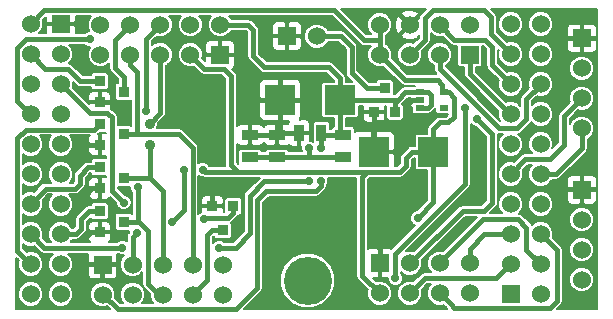
<source format=gtl>
G04 (created by PCBNEW (2013-may-18)-stable) date Сб 14 ноя 2015 13:08:16*
%MOIN*%
G04 Gerber Fmt 3.4, Leading zero omitted, Abs format*
%FSLAX34Y34*%
G01*
G70*
G90*
G04 APERTURE LIST*
%ADD10C,0.00590551*%
%ADD11R,0.036X0.036*%
%ADD12R,0.055X0.035*%
%ADD13R,0.035X0.055*%
%ADD14R,0.06X0.06*%
%ADD15C,0.06*%
%ADD16R,0.1004X0.0984*%
%ADD17C,0.16*%
%ADD18R,0.0315X0.0197*%
%ADD19C,0.0275591*%
%ADD20C,0.035*%
%ADD21C,0.015748*%
%ADD22C,0.00787402*%
G04 APERTURE END LIST*
G54D10*
G54D11*
X27592Y-24247D03*
X27592Y-23547D03*
X28392Y-23897D03*
X37436Y-21699D03*
X36736Y-21699D03*
X37086Y-20899D03*
X27592Y-22790D03*
X27592Y-22090D03*
X28392Y-22440D03*
X27592Y-25704D03*
X27592Y-25004D03*
X28392Y-25354D03*
X31342Y-24836D03*
X32042Y-24836D03*
X31692Y-25636D03*
X27592Y-21373D03*
X27592Y-20673D03*
X28392Y-21023D03*
G54D12*
X33503Y-22459D03*
X33503Y-23209D03*
X35708Y-22459D03*
X35708Y-23209D03*
G54D13*
X34981Y-22401D03*
X34231Y-22401D03*
G54D14*
X31606Y-19791D03*
G54D15*
X31606Y-18791D03*
X30606Y-19791D03*
X30606Y-18791D03*
X29606Y-19791D03*
X29606Y-18791D03*
X28606Y-19791D03*
X28606Y-18791D03*
X27606Y-19791D03*
X27606Y-18791D03*
G54D14*
X27685Y-26783D03*
G54D15*
X27685Y-27783D03*
X28685Y-26783D03*
X28685Y-27783D03*
X29685Y-26783D03*
X29685Y-27783D03*
X30685Y-26783D03*
X30685Y-27783D03*
X31685Y-26783D03*
X31685Y-27783D03*
G54D14*
X36925Y-26744D03*
G54D15*
X36925Y-27744D03*
X37925Y-26744D03*
X37925Y-27744D03*
X38925Y-26744D03*
X38925Y-27744D03*
X39925Y-26744D03*
X39925Y-27744D03*
G54D14*
X39925Y-19791D03*
G54D15*
X39925Y-18791D03*
X38925Y-19791D03*
X38925Y-18791D03*
X37925Y-19791D03*
X37925Y-18791D03*
X36925Y-19791D03*
X36925Y-18791D03*
G54D14*
X43661Y-19248D03*
G54D15*
X43661Y-20248D03*
X43661Y-21248D03*
X43661Y-22248D03*
G54D14*
X33830Y-19173D03*
G54D15*
X34830Y-19173D03*
G54D14*
X41287Y-27767D03*
G54D15*
X42287Y-27767D03*
X41287Y-26767D03*
X42287Y-26767D03*
X41287Y-25767D03*
X42287Y-25767D03*
X41287Y-24767D03*
X42287Y-24767D03*
X41287Y-23767D03*
X42287Y-23767D03*
X41287Y-22767D03*
X42287Y-22767D03*
X41287Y-21767D03*
X42287Y-21767D03*
X41287Y-20767D03*
X42287Y-20767D03*
X41287Y-19767D03*
X42287Y-19767D03*
X41287Y-18767D03*
X42287Y-18767D03*
G54D14*
X26287Y-18767D03*
G54D15*
X25287Y-18767D03*
X26287Y-19767D03*
X25287Y-19767D03*
X26287Y-20767D03*
X25287Y-20767D03*
X26287Y-21767D03*
X25287Y-21767D03*
X26287Y-22767D03*
X25287Y-22767D03*
X26287Y-23767D03*
X25287Y-23767D03*
X26287Y-24767D03*
X25287Y-24767D03*
X26287Y-25767D03*
X25287Y-25767D03*
X26287Y-26767D03*
X25287Y-26767D03*
X26287Y-27767D03*
X25287Y-27767D03*
G54D16*
X35600Y-21299D03*
X33612Y-21299D03*
X38710Y-23031D03*
X36722Y-23031D03*
G54D12*
X32598Y-22459D03*
X32598Y-23209D03*
G54D17*
X34527Y-27322D03*
G54D18*
X38267Y-21043D03*
X38267Y-21555D03*
X38267Y-21299D03*
X39055Y-21555D03*
X39055Y-21043D03*
G54D14*
X43661Y-24287D03*
G54D15*
X43661Y-25287D03*
X43661Y-26287D03*
X43661Y-27287D03*
G54D19*
X38188Y-25236D03*
X31023Y-23622D03*
X30393Y-23622D03*
X30000Y-25354D03*
X28818Y-25748D03*
X37480Y-24842D03*
X30314Y-21653D03*
X30314Y-20433D03*
X31181Y-23031D03*
X35944Y-27795D03*
X33385Y-25275D03*
X28346Y-21653D03*
X40118Y-24448D03*
X38149Y-21889D03*
X32716Y-21299D03*
X34527Y-21299D03*
X37677Y-22362D03*
X31338Y-24409D03*
X27086Y-25905D03*
X27086Y-24488D03*
X27086Y-22755D03*
X34566Y-24015D03*
X31574Y-26220D03*
X34566Y-22913D03*
X28346Y-26220D03*
X27253Y-19271D03*
G54D20*
X29251Y-22795D03*
X29251Y-22086D03*
G54D19*
X28858Y-24212D03*
X29133Y-21653D03*
X31082Y-25275D03*
X28395Y-24724D03*
X39763Y-21574D03*
X37440Y-27244D03*
X40157Y-21929D03*
X34960Y-24015D03*
X34960Y-22913D03*
G54D21*
X38710Y-23031D02*
X38710Y-24714D01*
X38710Y-24714D02*
X38188Y-25236D01*
X36925Y-27744D02*
X36917Y-27744D01*
X36338Y-23858D02*
X36505Y-23690D01*
X36338Y-27165D02*
X36338Y-23858D01*
X36917Y-27744D02*
X36338Y-27165D01*
X28685Y-26783D02*
X28685Y-25881D01*
X31092Y-23690D02*
X32204Y-23690D01*
X31023Y-23622D02*
X31092Y-23690D01*
X30393Y-24960D02*
X30393Y-23622D01*
X30000Y-25354D02*
X30393Y-24960D01*
X28685Y-25881D02*
X28818Y-25748D01*
X25287Y-18767D02*
X25748Y-18307D01*
X36397Y-19301D02*
X36925Y-19301D01*
X35403Y-18307D02*
X36397Y-19301D01*
X25748Y-18307D02*
X35403Y-18307D01*
X30606Y-19791D02*
X30608Y-19791D01*
X37992Y-23031D02*
X37795Y-23228D01*
X37795Y-23228D02*
X37795Y-23494D01*
X37795Y-23494D02*
X37598Y-23690D01*
X37598Y-23690D02*
X36505Y-23690D01*
X36505Y-23690D02*
X32204Y-23690D01*
X32204Y-23690D02*
X31968Y-23454D01*
X31968Y-23454D02*
X31968Y-20501D01*
X31968Y-20501D02*
X31722Y-20255D01*
X31722Y-20255D02*
X31188Y-20255D01*
X37992Y-23031D02*
X38710Y-23031D01*
X31072Y-20255D02*
X31188Y-20255D01*
X30608Y-19791D02*
X31072Y-20255D01*
X39016Y-21043D02*
X39016Y-20787D01*
X37763Y-20629D02*
X36925Y-19791D01*
X38858Y-20629D02*
X37763Y-20629D01*
X39016Y-20787D02*
X38858Y-20629D01*
X36925Y-18791D02*
X36925Y-19301D01*
X36925Y-19301D02*
X36925Y-19791D01*
X39016Y-21043D02*
X39232Y-21043D01*
X38710Y-22273D02*
X38710Y-23031D01*
X38937Y-22047D02*
X38710Y-22273D01*
X39212Y-22047D02*
X38937Y-22047D01*
X39409Y-21850D02*
X39212Y-22047D01*
X39409Y-21220D02*
X39409Y-21850D01*
X39232Y-21043D02*
X39409Y-21220D01*
X36925Y-26744D02*
X36925Y-25397D01*
X36925Y-25397D02*
X37480Y-24842D01*
X30314Y-21653D02*
X30314Y-20433D01*
X35944Y-27795D02*
X35944Y-25629D01*
X35590Y-25275D02*
X33385Y-25275D01*
X35944Y-25629D02*
X35590Y-25275D01*
X27592Y-21373D02*
X28066Y-21373D01*
X28066Y-21373D02*
X28346Y-21653D01*
X37834Y-21889D02*
X38149Y-21889D01*
X33612Y-21299D02*
X32716Y-21299D01*
X33612Y-21299D02*
X34527Y-21299D01*
X37677Y-22047D02*
X37677Y-22362D01*
X31342Y-24836D02*
X31342Y-24413D01*
X31342Y-24413D02*
X31338Y-24409D01*
X27592Y-25704D02*
X27287Y-25704D01*
X27287Y-25704D02*
X27086Y-25905D01*
X27592Y-24247D02*
X27327Y-24247D01*
X27327Y-24247D02*
X27086Y-24488D01*
X27592Y-22790D02*
X27121Y-22790D01*
X27121Y-22790D02*
X27086Y-22755D01*
X34231Y-22401D02*
X33562Y-22401D01*
X33562Y-22401D02*
X33503Y-22459D01*
X33612Y-21299D02*
X33612Y-22351D01*
X33612Y-22351D02*
X33503Y-22459D01*
X32598Y-22459D02*
X33503Y-22459D01*
X36736Y-22047D02*
X36889Y-22047D01*
X36889Y-22047D02*
X37677Y-22047D01*
X37677Y-22047D02*
X37834Y-21889D01*
X37834Y-21889D02*
X37834Y-21456D01*
X37834Y-21456D02*
X37992Y-21299D01*
X37992Y-21299D02*
X38228Y-21299D01*
X36736Y-22047D02*
X36732Y-22047D01*
X36732Y-22047D02*
X36736Y-22047D01*
X36736Y-21699D02*
X36736Y-22047D01*
X36736Y-22047D02*
X36736Y-23017D01*
X36736Y-23017D02*
X36722Y-23031D01*
X36736Y-21699D02*
X36736Y-21894D01*
X25287Y-26767D02*
X25281Y-26767D01*
X25118Y-22283D02*
X27399Y-22283D01*
X27399Y-22283D02*
X27592Y-22090D01*
X24842Y-22559D02*
X25118Y-22283D01*
X24842Y-26328D02*
X24842Y-22559D01*
X25281Y-26767D02*
X24842Y-26328D01*
X37925Y-27744D02*
X38425Y-27244D01*
X41263Y-26767D02*
X41287Y-26767D01*
X40787Y-27244D02*
X41263Y-26767D01*
X40708Y-27244D02*
X40787Y-27244D01*
X40669Y-27244D02*
X40708Y-27244D01*
X40590Y-27244D02*
X40669Y-27244D01*
X38425Y-27244D02*
X40590Y-27244D01*
X38925Y-26744D02*
X38925Y-26704D01*
X41811Y-26291D02*
X42287Y-26767D01*
X41811Y-25551D02*
X41811Y-26291D01*
X41535Y-25275D02*
X41811Y-25551D01*
X40354Y-25275D02*
X41535Y-25275D01*
X38925Y-26704D02*
X40354Y-25275D01*
X42598Y-28228D02*
X42834Y-27992D01*
X39409Y-28228D02*
X42598Y-28228D01*
X42834Y-27992D02*
X42834Y-26314D01*
X39291Y-28110D02*
X39409Y-28228D01*
X38925Y-27744D02*
X39291Y-28110D01*
X42834Y-26314D02*
X42287Y-25767D01*
X39925Y-26744D02*
X39925Y-26255D01*
X40413Y-25767D02*
X41287Y-25767D01*
X39925Y-26255D02*
X40413Y-25767D01*
X41287Y-21767D02*
X41255Y-21767D01*
X39925Y-20437D02*
X39925Y-19791D01*
X41255Y-21767D02*
X39925Y-20437D01*
X30685Y-27783D02*
X30685Y-27779D01*
X31332Y-25636D02*
X31692Y-25636D01*
X31181Y-25787D02*
X31332Y-25636D01*
X31181Y-27283D02*
X31181Y-25787D01*
X30685Y-27779D02*
X31181Y-27283D01*
X26287Y-25767D02*
X26791Y-25767D01*
X27239Y-25004D02*
X27592Y-25004D01*
X26968Y-25275D02*
X27239Y-25004D01*
X26968Y-25590D02*
X26968Y-25275D01*
X26791Y-25767D02*
X26968Y-25590D01*
X25748Y-26220D02*
X28346Y-26220D01*
X32125Y-26220D02*
X32598Y-25748D01*
X32598Y-25748D02*
X32598Y-24488D01*
X32598Y-24488D02*
X33070Y-24015D01*
X33070Y-24015D02*
X34566Y-24015D01*
X25287Y-25767D02*
X25295Y-25767D01*
X25295Y-25767D02*
X25748Y-26220D01*
X34566Y-22913D02*
X34566Y-23209D01*
X31574Y-26220D02*
X32125Y-26220D01*
X33503Y-23209D02*
X34566Y-23209D01*
X34566Y-23209D02*
X35708Y-23209D01*
X32598Y-23209D02*
X33503Y-23209D01*
X25287Y-21767D02*
X25287Y-21763D01*
X25137Y-19271D02*
X27253Y-19271D01*
X24842Y-19566D02*
X25137Y-19271D01*
X24842Y-21318D02*
X24842Y-19566D01*
X25287Y-21763D02*
X24842Y-21318D01*
X42287Y-23767D02*
X42807Y-23767D01*
X43661Y-22913D02*
X43661Y-22248D01*
X42807Y-23767D02*
X43661Y-22913D01*
X41287Y-23767D02*
X41287Y-23751D01*
X43070Y-21838D02*
X43661Y-21248D01*
X43070Y-22795D02*
X43070Y-21838D01*
X42598Y-23267D02*
X43070Y-22795D01*
X41771Y-23267D02*
X42598Y-23267D01*
X41287Y-23751D02*
X41771Y-23267D01*
X25287Y-19767D02*
X25287Y-19775D01*
X26943Y-20673D02*
X27592Y-20673D01*
X26535Y-20265D02*
X26943Y-20673D01*
X25777Y-20265D02*
X26535Y-20265D01*
X25287Y-19775D02*
X25777Y-20265D01*
X28110Y-20236D02*
X28110Y-19287D01*
X28392Y-21023D02*
X28392Y-20518D01*
X28392Y-20518D02*
X28110Y-20236D01*
X28110Y-19287D02*
X28606Y-18791D01*
X29606Y-19673D02*
X29606Y-21732D01*
X29251Y-22795D02*
X29251Y-23897D01*
X29606Y-21732D02*
X29251Y-22086D01*
X29685Y-26783D02*
X29685Y-24330D01*
X29251Y-23897D02*
X28392Y-23897D01*
X29685Y-24330D02*
X29251Y-23897D01*
X29133Y-21653D02*
X29133Y-19263D01*
X29133Y-19263D02*
X29606Y-18791D01*
X28858Y-25354D02*
X28897Y-25354D01*
X28858Y-24212D02*
X28858Y-25354D01*
X29094Y-21614D02*
X29133Y-21653D01*
X29685Y-27783D02*
X29555Y-27783D01*
X28897Y-25354D02*
X28392Y-25354D01*
X29212Y-25669D02*
X28897Y-25354D01*
X29212Y-27440D02*
X29212Y-25669D01*
X29555Y-27783D02*
X29212Y-27440D01*
X26287Y-20767D02*
X26289Y-20767D01*
X32042Y-25053D02*
X32042Y-24836D01*
X31860Y-25236D02*
X32042Y-25053D01*
X31122Y-25236D02*
X31860Y-25236D01*
X31082Y-25275D02*
X31122Y-25236D01*
X27992Y-24320D02*
X28395Y-24724D01*
X27992Y-21879D02*
X27992Y-24320D01*
X27844Y-21732D02*
X27992Y-21879D01*
X27253Y-21732D02*
X27844Y-21732D01*
X26289Y-20767D02*
X27253Y-21732D01*
X37925Y-19791D02*
X38385Y-19330D01*
X40629Y-19110D02*
X41287Y-19767D01*
X40629Y-18543D02*
X40629Y-19110D01*
X40393Y-18307D02*
X40629Y-18543D01*
X38700Y-18307D02*
X40393Y-18307D01*
X38425Y-18582D02*
X38700Y-18307D01*
X38425Y-19291D02*
X38425Y-18582D01*
X38385Y-19330D02*
X38425Y-19291D01*
X42287Y-20767D02*
X42287Y-20783D01*
X38925Y-20263D02*
X38925Y-19791D01*
X40905Y-22244D02*
X38925Y-20263D01*
X41496Y-22244D02*
X40905Y-22244D01*
X41811Y-21929D02*
X41496Y-22244D01*
X41811Y-21259D02*
X41811Y-21929D01*
X42287Y-20783D02*
X41811Y-21259D01*
X38925Y-18791D02*
X38925Y-18807D01*
X40669Y-20149D02*
X41287Y-20767D01*
X40669Y-19527D02*
X40669Y-20149D01*
X40433Y-19291D02*
X40669Y-19527D01*
X39409Y-19291D02*
X40433Y-19291D01*
X38925Y-18807D02*
X39409Y-19291D01*
X28818Y-22440D02*
X28818Y-20354D01*
X28606Y-20141D02*
X28606Y-19673D01*
X28818Y-20354D02*
X28606Y-20141D01*
X30685Y-26783D02*
X30685Y-22889D01*
X30236Y-22440D02*
X28818Y-22440D01*
X28818Y-22440D02*
X28392Y-22440D01*
X30685Y-22889D02*
X30236Y-22440D01*
X25287Y-24767D02*
X25287Y-24751D01*
X27200Y-23547D02*
X27592Y-23547D01*
X26929Y-23818D02*
X27200Y-23547D01*
X26929Y-24094D02*
X26929Y-23818D01*
X26771Y-24251D02*
X26929Y-24094D01*
X25787Y-24251D02*
X26771Y-24251D01*
X25287Y-24751D02*
X25787Y-24251D01*
X37086Y-20899D02*
X36489Y-20899D01*
X35629Y-19173D02*
X34830Y-19173D01*
X35984Y-19527D02*
X35629Y-19173D01*
X35984Y-20393D02*
X35984Y-19527D01*
X36489Y-20899D02*
X35984Y-20393D01*
X39763Y-24094D02*
X39763Y-21574D01*
X37440Y-26417D02*
X39763Y-24094D01*
X37440Y-27244D02*
X37440Y-26417D01*
X37925Y-26744D02*
X37940Y-26744D01*
X40669Y-22440D02*
X40157Y-21929D01*
X40669Y-24724D02*
X40669Y-22440D01*
X40393Y-25000D02*
X40669Y-24724D01*
X39685Y-25000D02*
X40393Y-25000D01*
X37940Y-26744D02*
X39685Y-25000D01*
X32755Y-27637D02*
X32834Y-27559D01*
X32834Y-27559D02*
X32834Y-24645D01*
X32834Y-24645D02*
X33149Y-24330D01*
X33149Y-24330D02*
X34803Y-24330D01*
X34803Y-24330D02*
X34960Y-24173D01*
X34960Y-24173D02*
X34960Y-24015D01*
X27685Y-27783D02*
X27704Y-27783D01*
X32125Y-28267D02*
X32519Y-27874D01*
X28188Y-28267D02*
X32125Y-28267D01*
X27704Y-27783D02*
X28188Y-28267D01*
X32519Y-27874D02*
X32755Y-27637D01*
X34981Y-22892D02*
X34981Y-22401D01*
X34960Y-22913D02*
X34981Y-22892D01*
X32706Y-18966D02*
X32549Y-18809D01*
X32706Y-18966D02*
X32706Y-19842D01*
X32706Y-19842D02*
X33070Y-20206D01*
X33070Y-20206D02*
X35226Y-20206D01*
X35226Y-20206D02*
X35600Y-20580D01*
X35600Y-21299D02*
X35600Y-20580D01*
X31624Y-18809D02*
X31606Y-18791D01*
X32549Y-18809D02*
X31624Y-18809D01*
X35600Y-21299D02*
X35600Y-22351D01*
X35600Y-22351D02*
X35708Y-22459D01*
X35708Y-22459D02*
X35039Y-22459D01*
X35039Y-22459D02*
X34981Y-22401D01*
X38228Y-21043D02*
X38523Y-21043D01*
X38523Y-21555D02*
X38228Y-21555D01*
X38622Y-21456D02*
X38523Y-21555D01*
X38622Y-21141D02*
X38622Y-21456D01*
X38523Y-21043D02*
X38622Y-21141D01*
X37436Y-21699D02*
X37436Y-21382D01*
X37436Y-21382D02*
X37519Y-21299D01*
X38228Y-21043D02*
X37775Y-21043D01*
X37519Y-21299D02*
X35600Y-21299D01*
X37775Y-21043D02*
X37519Y-21299D01*
G54D10*
G36*
X27302Y-18503D02*
X27252Y-18554D01*
X27188Y-18707D01*
X27188Y-18874D01*
X27246Y-19015D01*
X27203Y-19015D01*
X27109Y-19054D01*
X27088Y-19074D01*
X26784Y-19074D01*
X26784Y-18856D01*
X26735Y-18807D01*
X26326Y-18807D01*
X26326Y-18814D01*
X26248Y-18814D01*
X26248Y-18807D01*
X25839Y-18807D01*
X25790Y-18856D01*
X25790Y-19074D01*
X25571Y-19074D01*
X25641Y-19004D01*
X25705Y-18851D01*
X25705Y-18684D01*
X25688Y-18644D01*
X25790Y-18542D01*
X25790Y-18679D01*
X25839Y-18728D01*
X26248Y-18728D01*
X26248Y-18720D01*
X26326Y-18720D01*
X26326Y-18728D01*
X26735Y-18728D01*
X26784Y-18679D01*
X26784Y-18503D01*
X27302Y-18503D01*
X27302Y-18503D01*
G37*
G54D22*
X27302Y-18503D02*
X27252Y-18554D01*
X27188Y-18707D01*
X27188Y-18874D01*
X27246Y-19015D01*
X27203Y-19015D01*
X27109Y-19054D01*
X27088Y-19074D01*
X26784Y-19074D01*
X26784Y-18856D01*
X26735Y-18807D01*
X26326Y-18807D01*
X26326Y-18814D01*
X26248Y-18814D01*
X26248Y-18807D01*
X25839Y-18807D01*
X25790Y-18856D01*
X25790Y-19074D01*
X25571Y-19074D01*
X25641Y-19004D01*
X25705Y-18851D01*
X25705Y-18684D01*
X25688Y-18644D01*
X25790Y-18542D01*
X25790Y-18679D01*
X25839Y-18728D01*
X26248Y-18728D01*
X26248Y-18720D01*
X26326Y-18720D01*
X26326Y-18728D01*
X26735Y-18728D01*
X26784Y-18679D01*
X26784Y-18503D01*
X27302Y-18503D01*
G54D10*
G36*
X27795Y-23249D02*
X27748Y-23249D01*
X27552Y-23249D01*
X27552Y-23118D01*
X27552Y-22830D01*
X27264Y-22830D01*
X27215Y-22879D01*
X27215Y-23009D01*
X27245Y-23082D01*
X27300Y-23137D01*
X27372Y-23167D01*
X27451Y-23167D01*
X27503Y-23167D01*
X27552Y-23118D01*
X27552Y-23249D01*
X27388Y-23249D01*
X27345Y-23267D01*
X27312Y-23300D01*
X27294Y-23344D01*
X27294Y-23350D01*
X27200Y-23350D01*
X27125Y-23365D01*
X27061Y-23408D01*
X26789Y-23679D01*
X26747Y-23743D01*
X26732Y-23818D01*
X26732Y-24012D01*
X26690Y-24055D01*
X26591Y-24055D01*
X26641Y-24004D01*
X26705Y-23851D01*
X26705Y-23684D01*
X26642Y-23531D01*
X26524Y-23413D01*
X26370Y-23349D01*
X26204Y-23349D01*
X26050Y-23413D01*
X25933Y-23530D01*
X25869Y-23684D01*
X25869Y-23850D01*
X25932Y-24004D01*
X25983Y-24055D01*
X25787Y-24055D01*
X25712Y-24070D01*
X25648Y-24112D01*
X25399Y-24361D01*
X25370Y-24349D01*
X25204Y-24349D01*
X25050Y-24413D01*
X25039Y-24424D01*
X25039Y-24111D01*
X25050Y-24121D01*
X25203Y-24185D01*
X25370Y-24185D01*
X25523Y-24122D01*
X25641Y-24004D01*
X25705Y-23851D01*
X25705Y-23684D01*
X25642Y-23531D01*
X25524Y-23413D01*
X25370Y-23349D01*
X25204Y-23349D01*
X25050Y-23413D01*
X25039Y-23424D01*
X25039Y-23111D01*
X25050Y-23121D01*
X25203Y-23185D01*
X25370Y-23185D01*
X25523Y-23122D01*
X25641Y-23004D01*
X25705Y-22851D01*
X25705Y-22684D01*
X25642Y-22531D01*
X25591Y-22480D01*
X25983Y-22480D01*
X25933Y-22530D01*
X25869Y-22684D01*
X25869Y-22850D01*
X25932Y-23004D01*
X26050Y-23121D01*
X26203Y-23185D01*
X26370Y-23185D01*
X26523Y-23122D01*
X26641Y-23004D01*
X26705Y-22851D01*
X26705Y-22684D01*
X26642Y-22531D01*
X26591Y-22480D01*
X27264Y-22480D01*
X27245Y-22499D01*
X27215Y-22571D01*
X27215Y-22702D01*
X27264Y-22751D01*
X27552Y-22751D01*
X27552Y-22463D01*
X27522Y-22433D01*
X27538Y-22422D01*
X27572Y-22389D01*
X27795Y-22389D01*
X27795Y-22414D01*
X27733Y-22414D01*
X27680Y-22414D01*
X27631Y-22463D01*
X27631Y-22751D01*
X27639Y-22751D01*
X27639Y-22830D01*
X27631Y-22830D01*
X27631Y-23118D01*
X27680Y-23167D01*
X27733Y-23167D01*
X27795Y-23167D01*
X27795Y-23249D01*
X27795Y-23249D01*
G37*
G54D22*
X27795Y-23249D02*
X27748Y-23249D01*
X27552Y-23249D01*
X27552Y-23118D01*
X27552Y-22830D01*
X27264Y-22830D01*
X27215Y-22879D01*
X27215Y-23009D01*
X27245Y-23082D01*
X27300Y-23137D01*
X27372Y-23167D01*
X27451Y-23167D01*
X27503Y-23167D01*
X27552Y-23118D01*
X27552Y-23249D01*
X27388Y-23249D01*
X27345Y-23267D01*
X27312Y-23300D01*
X27294Y-23344D01*
X27294Y-23350D01*
X27200Y-23350D01*
X27125Y-23365D01*
X27061Y-23408D01*
X26789Y-23679D01*
X26747Y-23743D01*
X26732Y-23818D01*
X26732Y-24012D01*
X26690Y-24055D01*
X26591Y-24055D01*
X26641Y-24004D01*
X26705Y-23851D01*
X26705Y-23684D01*
X26642Y-23531D01*
X26524Y-23413D01*
X26370Y-23349D01*
X26204Y-23349D01*
X26050Y-23413D01*
X25933Y-23530D01*
X25869Y-23684D01*
X25869Y-23850D01*
X25932Y-24004D01*
X25983Y-24055D01*
X25787Y-24055D01*
X25712Y-24070D01*
X25648Y-24112D01*
X25399Y-24361D01*
X25370Y-24349D01*
X25204Y-24349D01*
X25050Y-24413D01*
X25039Y-24424D01*
X25039Y-24111D01*
X25050Y-24121D01*
X25203Y-24185D01*
X25370Y-24185D01*
X25523Y-24122D01*
X25641Y-24004D01*
X25705Y-23851D01*
X25705Y-23684D01*
X25642Y-23531D01*
X25524Y-23413D01*
X25370Y-23349D01*
X25204Y-23349D01*
X25050Y-23413D01*
X25039Y-23424D01*
X25039Y-23111D01*
X25050Y-23121D01*
X25203Y-23185D01*
X25370Y-23185D01*
X25523Y-23122D01*
X25641Y-23004D01*
X25705Y-22851D01*
X25705Y-22684D01*
X25642Y-22531D01*
X25591Y-22480D01*
X25983Y-22480D01*
X25933Y-22530D01*
X25869Y-22684D01*
X25869Y-22850D01*
X25932Y-23004D01*
X26050Y-23121D01*
X26203Y-23185D01*
X26370Y-23185D01*
X26523Y-23122D01*
X26641Y-23004D01*
X26705Y-22851D01*
X26705Y-22684D01*
X26642Y-22531D01*
X26591Y-22480D01*
X27264Y-22480D01*
X27245Y-22499D01*
X27215Y-22571D01*
X27215Y-22702D01*
X27264Y-22751D01*
X27552Y-22751D01*
X27552Y-22463D01*
X27522Y-22433D01*
X27538Y-22422D01*
X27572Y-22389D01*
X27795Y-22389D01*
X27795Y-22414D01*
X27733Y-22414D01*
X27680Y-22414D01*
X27631Y-22463D01*
X27631Y-22751D01*
X27639Y-22751D01*
X27639Y-22830D01*
X27631Y-22830D01*
X27631Y-23118D01*
X27680Y-23167D01*
X27733Y-23167D01*
X27795Y-23167D01*
X27795Y-23249D01*
G54D10*
G36*
X28622Y-22153D02*
X28595Y-22142D01*
X28548Y-22142D01*
X28188Y-22142D01*
X28188Y-21879D01*
X28173Y-21804D01*
X28131Y-21740D01*
X27983Y-21593D01*
X27969Y-21583D01*
X27969Y-21154D01*
X27939Y-21082D01*
X27883Y-21026D01*
X27811Y-20996D01*
X27733Y-20996D01*
X27680Y-20996D01*
X27631Y-21045D01*
X27631Y-21334D01*
X27919Y-21334D01*
X27968Y-21285D01*
X27969Y-21154D01*
X27969Y-21583D01*
X27969Y-21583D01*
X27968Y-21462D01*
X27919Y-21412D01*
X27631Y-21412D01*
X27631Y-21420D01*
X27552Y-21420D01*
X27552Y-21412D01*
X27552Y-21334D01*
X27552Y-21045D01*
X27503Y-20996D01*
X27451Y-20996D01*
X27372Y-20996D01*
X27300Y-21026D01*
X27245Y-21082D01*
X27215Y-21154D01*
X27215Y-21285D01*
X27264Y-21334D01*
X27552Y-21334D01*
X27552Y-21412D01*
X27264Y-21412D01*
X27238Y-21438D01*
X26689Y-20889D01*
X26705Y-20851D01*
X26705Y-20714D01*
X26804Y-20812D01*
X26804Y-20812D01*
X26867Y-20855D01*
X26943Y-20870D01*
X27293Y-20870D01*
X27293Y-20877D01*
X27311Y-20920D01*
X27345Y-20953D01*
X27388Y-20971D01*
X27435Y-20971D01*
X27795Y-20971D01*
X27838Y-20953D01*
X27872Y-20920D01*
X27890Y-20877D01*
X27890Y-20830D01*
X27890Y-20470D01*
X27872Y-20426D01*
X27839Y-20393D01*
X27795Y-20375D01*
X27748Y-20375D01*
X27388Y-20375D01*
X27345Y-20393D01*
X27312Y-20426D01*
X27294Y-20470D01*
X27294Y-20476D01*
X27024Y-20476D01*
X26674Y-20126D01*
X26610Y-20083D01*
X26570Y-20075D01*
X26641Y-20004D01*
X26705Y-19851D01*
X26705Y-19684D01*
X26642Y-19531D01*
X26579Y-19468D01*
X27088Y-19468D01*
X27108Y-19488D01*
X27202Y-19527D01*
X27278Y-19527D01*
X27252Y-19554D01*
X27188Y-19707D01*
X27188Y-19874D01*
X27251Y-20027D01*
X27369Y-20145D01*
X27522Y-20209D01*
X27689Y-20209D01*
X27842Y-20146D01*
X27913Y-20075D01*
X27913Y-20236D01*
X27928Y-20311D01*
X27971Y-20375D01*
X28195Y-20599D01*
X28195Y-20725D01*
X28188Y-20725D01*
X28145Y-20743D01*
X28112Y-20776D01*
X28094Y-20820D01*
X28093Y-20867D01*
X28093Y-21227D01*
X28111Y-21270D01*
X28145Y-21303D01*
X28188Y-21321D01*
X28235Y-21321D01*
X28595Y-21321D01*
X28622Y-21310D01*
X28622Y-22153D01*
X28622Y-22153D01*
G37*
G54D22*
X28622Y-22153D02*
X28595Y-22142D01*
X28548Y-22142D01*
X28188Y-22142D01*
X28188Y-21879D01*
X28173Y-21804D01*
X28131Y-21740D01*
X27983Y-21593D01*
X27969Y-21583D01*
X27969Y-21154D01*
X27939Y-21082D01*
X27883Y-21026D01*
X27811Y-20996D01*
X27733Y-20996D01*
X27680Y-20996D01*
X27631Y-21045D01*
X27631Y-21334D01*
X27919Y-21334D01*
X27968Y-21285D01*
X27969Y-21154D01*
X27969Y-21583D01*
X27969Y-21583D01*
X27968Y-21462D01*
X27919Y-21412D01*
X27631Y-21412D01*
X27631Y-21420D01*
X27552Y-21420D01*
X27552Y-21412D01*
X27552Y-21334D01*
X27552Y-21045D01*
X27503Y-20996D01*
X27451Y-20996D01*
X27372Y-20996D01*
X27300Y-21026D01*
X27245Y-21082D01*
X27215Y-21154D01*
X27215Y-21285D01*
X27264Y-21334D01*
X27552Y-21334D01*
X27552Y-21412D01*
X27264Y-21412D01*
X27238Y-21438D01*
X26689Y-20889D01*
X26705Y-20851D01*
X26705Y-20714D01*
X26804Y-20812D01*
X26804Y-20812D01*
X26867Y-20855D01*
X26943Y-20870D01*
X27293Y-20870D01*
X27293Y-20877D01*
X27311Y-20920D01*
X27345Y-20953D01*
X27388Y-20971D01*
X27435Y-20971D01*
X27795Y-20971D01*
X27838Y-20953D01*
X27872Y-20920D01*
X27890Y-20877D01*
X27890Y-20830D01*
X27890Y-20470D01*
X27872Y-20426D01*
X27839Y-20393D01*
X27795Y-20375D01*
X27748Y-20375D01*
X27388Y-20375D01*
X27345Y-20393D01*
X27312Y-20426D01*
X27294Y-20470D01*
X27294Y-20476D01*
X27024Y-20476D01*
X26674Y-20126D01*
X26610Y-20083D01*
X26570Y-20075D01*
X26641Y-20004D01*
X26705Y-19851D01*
X26705Y-19684D01*
X26642Y-19531D01*
X26579Y-19468D01*
X27088Y-19468D01*
X27108Y-19488D01*
X27202Y-19527D01*
X27278Y-19527D01*
X27252Y-19554D01*
X27188Y-19707D01*
X27188Y-19874D01*
X27251Y-20027D01*
X27369Y-20145D01*
X27522Y-20209D01*
X27689Y-20209D01*
X27842Y-20146D01*
X27913Y-20075D01*
X27913Y-20236D01*
X27928Y-20311D01*
X27971Y-20375D01*
X28195Y-20599D01*
X28195Y-20725D01*
X28188Y-20725D01*
X28145Y-20743D01*
X28112Y-20776D01*
X28094Y-20820D01*
X28093Y-20867D01*
X28093Y-21227D01*
X28111Y-21270D01*
X28145Y-21303D01*
X28188Y-21321D01*
X28235Y-21321D01*
X28595Y-21321D01*
X28622Y-21310D01*
X28622Y-22153D01*
G54D10*
G36*
X28661Y-25096D02*
X28639Y-25074D01*
X28595Y-25056D01*
X28548Y-25056D01*
X28188Y-25056D01*
X28145Y-25074D01*
X28112Y-25107D01*
X28094Y-25150D01*
X28093Y-25197D01*
X28093Y-25557D01*
X28111Y-25601D01*
X28145Y-25634D01*
X28188Y-25652D01*
X28235Y-25652D01*
X28581Y-25652D01*
X28563Y-25696D01*
X28563Y-25725D01*
X28545Y-25742D01*
X28503Y-25806D01*
X28488Y-25881D01*
X28488Y-26002D01*
X28397Y-25964D01*
X28295Y-25964D01*
X28201Y-26003D01*
X28181Y-26023D01*
X27911Y-26023D01*
X27939Y-25995D01*
X27969Y-25923D01*
X27969Y-25485D01*
X27939Y-25412D01*
X27883Y-25357D01*
X27811Y-25327D01*
X27733Y-25327D01*
X27680Y-25327D01*
X27631Y-25376D01*
X27631Y-25664D01*
X27919Y-25664D01*
X27968Y-25615D01*
X27969Y-25485D01*
X27969Y-25923D01*
X27968Y-25792D01*
X27919Y-25743D01*
X27631Y-25743D01*
X27631Y-25751D01*
X27552Y-25751D01*
X27552Y-25743D01*
X27552Y-25664D01*
X27552Y-25376D01*
X27503Y-25327D01*
X27451Y-25327D01*
X27372Y-25327D01*
X27300Y-25357D01*
X27245Y-25412D01*
X27215Y-25485D01*
X27215Y-25615D01*
X27264Y-25664D01*
X27552Y-25664D01*
X27552Y-25743D01*
X27264Y-25743D01*
X27215Y-25792D01*
X27215Y-25923D01*
X27245Y-25995D01*
X27273Y-26023D01*
X26622Y-26023D01*
X26641Y-26004D01*
X26658Y-25964D01*
X26791Y-25964D01*
X26791Y-25964D01*
X26866Y-25949D01*
X26930Y-25906D01*
X27107Y-25729D01*
X27150Y-25665D01*
X27165Y-25590D01*
X27165Y-25590D01*
X27165Y-25357D01*
X27300Y-25222D01*
X27311Y-25251D01*
X27345Y-25284D01*
X27388Y-25302D01*
X27435Y-25302D01*
X27795Y-25302D01*
X27838Y-25284D01*
X27872Y-25251D01*
X27890Y-25207D01*
X27890Y-25160D01*
X27890Y-24800D01*
X27872Y-24757D01*
X27839Y-24724D01*
X27795Y-24706D01*
X27748Y-24706D01*
X27552Y-24706D01*
X27552Y-24575D01*
X27552Y-24287D01*
X27552Y-24208D01*
X27552Y-23920D01*
X27503Y-23870D01*
X27451Y-23870D01*
X27372Y-23870D01*
X27300Y-23900D01*
X27245Y-23956D01*
X27215Y-24028D01*
X27215Y-24159D01*
X27264Y-24208D01*
X27552Y-24208D01*
X27552Y-24287D01*
X27264Y-24287D01*
X27215Y-24336D01*
X27215Y-24466D01*
X27245Y-24538D01*
X27300Y-24594D01*
X27372Y-24624D01*
X27451Y-24624D01*
X27503Y-24624D01*
X27552Y-24575D01*
X27552Y-24706D01*
X27388Y-24706D01*
X27345Y-24724D01*
X27312Y-24757D01*
X27294Y-24800D01*
X27294Y-24807D01*
X27239Y-24807D01*
X27164Y-24822D01*
X27100Y-24865D01*
X26829Y-25136D01*
X26786Y-25200D01*
X26771Y-25275D01*
X26771Y-25509D01*
X26709Y-25570D01*
X26658Y-25570D01*
X26642Y-25531D01*
X26524Y-25413D01*
X26370Y-25349D01*
X26204Y-25349D01*
X26050Y-25413D01*
X25933Y-25530D01*
X25869Y-25684D01*
X25869Y-25850D01*
X25932Y-26004D01*
X25952Y-26023D01*
X25829Y-26023D01*
X25691Y-25885D01*
X25705Y-25851D01*
X25705Y-25684D01*
X25642Y-25531D01*
X25524Y-25413D01*
X25370Y-25349D01*
X25204Y-25349D01*
X25050Y-25413D01*
X25039Y-25424D01*
X25039Y-25111D01*
X25050Y-25121D01*
X25203Y-25185D01*
X25370Y-25185D01*
X25523Y-25122D01*
X25641Y-25004D01*
X25705Y-24851D01*
X25705Y-24684D01*
X25684Y-24633D01*
X25868Y-24448D01*
X26015Y-24448D01*
X25933Y-24530D01*
X25869Y-24684D01*
X25869Y-24850D01*
X25932Y-25004D01*
X26050Y-25121D01*
X26203Y-25185D01*
X26370Y-25185D01*
X26523Y-25122D01*
X26641Y-25004D01*
X26705Y-24851D01*
X26705Y-24684D01*
X26642Y-24531D01*
X26559Y-24448D01*
X26771Y-24448D01*
X26771Y-24448D01*
X26846Y-24433D01*
X26910Y-24391D01*
X27068Y-24233D01*
X27068Y-24233D01*
X27111Y-24169D01*
X27125Y-24094D01*
X27125Y-24094D01*
X27125Y-23900D01*
X27281Y-23744D01*
X27293Y-23744D01*
X27293Y-23751D01*
X27311Y-23794D01*
X27345Y-23827D01*
X27388Y-23845D01*
X27435Y-23845D01*
X27795Y-23845D01*
X27795Y-23870D01*
X27733Y-23870D01*
X27680Y-23870D01*
X27631Y-23920D01*
X27631Y-24208D01*
X27639Y-24208D01*
X27639Y-24287D01*
X27631Y-24287D01*
X27631Y-24575D01*
X27680Y-24624D01*
X27733Y-24624D01*
X27811Y-24624D01*
X27883Y-24594D01*
X27935Y-24542D01*
X28139Y-24746D01*
X28139Y-24775D01*
X28178Y-24869D01*
X28250Y-24941D01*
X28344Y-24980D01*
X28446Y-24980D01*
X28540Y-24941D01*
X28612Y-24869D01*
X28651Y-24775D01*
X28651Y-24673D01*
X28612Y-24579D01*
X28540Y-24507D01*
X28446Y-24468D01*
X28418Y-24468D01*
X28188Y-24239D01*
X28188Y-24195D01*
X28235Y-24195D01*
X28595Y-24195D01*
X28602Y-24192D01*
X28602Y-24263D01*
X28641Y-24357D01*
X28661Y-24377D01*
X28661Y-25096D01*
X28661Y-25096D01*
G37*
G54D22*
X28661Y-25096D02*
X28639Y-25074D01*
X28595Y-25056D01*
X28548Y-25056D01*
X28188Y-25056D01*
X28145Y-25074D01*
X28112Y-25107D01*
X28094Y-25150D01*
X28093Y-25197D01*
X28093Y-25557D01*
X28111Y-25601D01*
X28145Y-25634D01*
X28188Y-25652D01*
X28235Y-25652D01*
X28581Y-25652D01*
X28563Y-25696D01*
X28563Y-25725D01*
X28545Y-25742D01*
X28503Y-25806D01*
X28488Y-25881D01*
X28488Y-26002D01*
X28397Y-25964D01*
X28295Y-25964D01*
X28201Y-26003D01*
X28181Y-26023D01*
X27911Y-26023D01*
X27939Y-25995D01*
X27969Y-25923D01*
X27969Y-25485D01*
X27939Y-25412D01*
X27883Y-25357D01*
X27811Y-25327D01*
X27733Y-25327D01*
X27680Y-25327D01*
X27631Y-25376D01*
X27631Y-25664D01*
X27919Y-25664D01*
X27968Y-25615D01*
X27969Y-25485D01*
X27969Y-25923D01*
X27968Y-25792D01*
X27919Y-25743D01*
X27631Y-25743D01*
X27631Y-25751D01*
X27552Y-25751D01*
X27552Y-25743D01*
X27552Y-25664D01*
X27552Y-25376D01*
X27503Y-25327D01*
X27451Y-25327D01*
X27372Y-25327D01*
X27300Y-25357D01*
X27245Y-25412D01*
X27215Y-25485D01*
X27215Y-25615D01*
X27264Y-25664D01*
X27552Y-25664D01*
X27552Y-25743D01*
X27264Y-25743D01*
X27215Y-25792D01*
X27215Y-25923D01*
X27245Y-25995D01*
X27273Y-26023D01*
X26622Y-26023D01*
X26641Y-26004D01*
X26658Y-25964D01*
X26791Y-25964D01*
X26791Y-25964D01*
X26866Y-25949D01*
X26930Y-25906D01*
X27107Y-25729D01*
X27150Y-25665D01*
X27165Y-25590D01*
X27165Y-25590D01*
X27165Y-25357D01*
X27300Y-25222D01*
X27311Y-25251D01*
X27345Y-25284D01*
X27388Y-25302D01*
X27435Y-25302D01*
X27795Y-25302D01*
X27838Y-25284D01*
X27872Y-25251D01*
X27890Y-25207D01*
X27890Y-25160D01*
X27890Y-24800D01*
X27872Y-24757D01*
X27839Y-24724D01*
X27795Y-24706D01*
X27748Y-24706D01*
X27552Y-24706D01*
X27552Y-24575D01*
X27552Y-24287D01*
X27552Y-24208D01*
X27552Y-23920D01*
X27503Y-23870D01*
X27451Y-23870D01*
X27372Y-23870D01*
X27300Y-23900D01*
X27245Y-23956D01*
X27215Y-24028D01*
X27215Y-24159D01*
X27264Y-24208D01*
X27552Y-24208D01*
X27552Y-24287D01*
X27264Y-24287D01*
X27215Y-24336D01*
X27215Y-24466D01*
X27245Y-24538D01*
X27300Y-24594D01*
X27372Y-24624D01*
X27451Y-24624D01*
X27503Y-24624D01*
X27552Y-24575D01*
X27552Y-24706D01*
X27388Y-24706D01*
X27345Y-24724D01*
X27312Y-24757D01*
X27294Y-24800D01*
X27294Y-24807D01*
X27239Y-24807D01*
X27164Y-24822D01*
X27100Y-24865D01*
X26829Y-25136D01*
X26786Y-25200D01*
X26771Y-25275D01*
X26771Y-25509D01*
X26709Y-25570D01*
X26658Y-25570D01*
X26642Y-25531D01*
X26524Y-25413D01*
X26370Y-25349D01*
X26204Y-25349D01*
X26050Y-25413D01*
X25933Y-25530D01*
X25869Y-25684D01*
X25869Y-25850D01*
X25932Y-26004D01*
X25952Y-26023D01*
X25829Y-26023D01*
X25691Y-25885D01*
X25705Y-25851D01*
X25705Y-25684D01*
X25642Y-25531D01*
X25524Y-25413D01*
X25370Y-25349D01*
X25204Y-25349D01*
X25050Y-25413D01*
X25039Y-25424D01*
X25039Y-25111D01*
X25050Y-25121D01*
X25203Y-25185D01*
X25370Y-25185D01*
X25523Y-25122D01*
X25641Y-25004D01*
X25705Y-24851D01*
X25705Y-24684D01*
X25684Y-24633D01*
X25868Y-24448D01*
X26015Y-24448D01*
X25933Y-24530D01*
X25869Y-24684D01*
X25869Y-24850D01*
X25932Y-25004D01*
X26050Y-25121D01*
X26203Y-25185D01*
X26370Y-25185D01*
X26523Y-25122D01*
X26641Y-25004D01*
X26705Y-24851D01*
X26705Y-24684D01*
X26642Y-24531D01*
X26559Y-24448D01*
X26771Y-24448D01*
X26771Y-24448D01*
X26846Y-24433D01*
X26910Y-24391D01*
X27068Y-24233D01*
X27068Y-24233D01*
X27111Y-24169D01*
X27125Y-24094D01*
X27125Y-24094D01*
X27125Y-23900D01*
X27281Y-23744D01*
X27293Y-23744D01*
X27293Y-23751D01*
X27311Y-23794D01*
X27345Y-23827D01*
X27388Y-23845D01*
X27435Y-23845D01*
X27795Y-23845D01*
X27795Y-23870D01*
X27733Y-23870D01*
X27680Y-23870D01*
X27631Y-23920D01*
X27631Y-24208D01*
X27639Y-24208D01*
X27639Y-24287D01*
X27631Y-24287D01*
X27631Y-24575D01*
X27680Y-24624D01*
X27733Y-24624D01*
X27811Y-24624D01*
X27883Y-24594D01*
X27935Y-24542D01*
X28139Y-24746D01*
X28139Y-24775D01*
X28178Y-24869D01*
X28250Y-24941D01*
X28344Y-24980D01*
X28446Y-24980D01*
X28540Y-24941D01*
X28612Y-24869D01*
X28651Y-24775D01*
X28651Y-24673D01*
X28612Y-24579D01*
X28540Y-24507D01*
X28446Y-24468D01*
X28418Y-24468D01*
X28188Y-24239D01*
X28188Y-24195D01*
X28235Y-24195D01*
X28595Y-24195D01*
X28602Y-24192D01*
X28602Y-24263D01*
X28641Y-24357D01*
X28661Y-24377D01*
X28661Y-25096D01*
G54D10*
G36*
X29381Y-28070D02*
X28988Y-28070D01*
X29039Y-28020D01*
X29103Y-27866D01*
X29103Y-27700D01*
X29039Y-27546D01*
X28922Y-27429D01*
X28768Y-27365D01*
X28602Y-27365D01*
X28448Y-27428D01*
X28330Y-27546D01*
X28267Y-27699D01*
X28266Y-27866D01*
X28330Y-28019D01*
X28381Y-28070D01*
X28270Y-28070D01*
X28181Y-27982D01*
X28181Y-27044D01*
X28181Y-26872D01*
X28132Y-26822D01*
X27724Y-26822D01*
X27724Y-27231D01*
X27773Y-27280D01*
X28024Y-27280D01*
X28096Y-27250D01*
X28151Y-27195D01*
X28181Y-27122D01*
X28181Y-27044D01*
X28181Y-27982D01*
X28092Y-27892D01*
X28103Y-27866D01*
X28103Y-27700D01*
X28039Y-27546D01*
X27922Y-27429D01*
X27768Y-27365D01*
X27645Y-27365D01*
X27645Y-27231D01*
X27645Y-26822D01*
X27237Y-26822D01*
X27188Y-26872D01*
X27188Y-27044D01*
X27188Y-27122D01*
X27218Y-27195D01*
X27273Y-27250D01*
X27346Y-27280D01*
X27596Y-27280D01*
X27645Y-27231D01*
X27645Y-27365D01*
X27602Y-27365D01*
X27448Y-27428D01*
X27330Y-27546D01*
X27267Y-27699D01*
X27266Y-27866D01*
X27330Y-28019D01*
X27447Y-28137D01*
X27601Y-28201D01*
X27767Y-28201D01*
X27822Y-28179D01*
X27920Y-28277D01*
X26705Y-28277D01*
X26705Y-27684D01*
X26642Y-27531D01*
X26524Y-27413D01*
X26370Y-27349D01*
X26204Y-27349D01*
X26050Y-27413D01*
X25933Y-27530D01*
X25869Y-27684D01*
X25869Y-27850D01*
X25932Y-28004D01*
X26050Y-28121D01*
X26203Y-28185D01*
X26370Y-28185D01*
X26523Y-28122D01*
X26641Y-28004D01*
X26705Y-27851D01*
X26705Y-27684D01*
X26705Y-28277D01*
X25705Y-28277D01*
X25705Y-27684D01*
X25642Y-27531D01*
X25524Y-27413D01*
X25370Y-27349D01*
X25204Y-27349D01*
X25050Y-27413D01*
X24933Y-27530D01*
X24869Y-27684D01*
X24869Y-27850D01*
X24932Y-28004D01*
X25050Y-28121D01*
X25203Y-28185D01*
X25370Y-28185D01*
X25523Y-28122D01*
X25641Y-28004D01*
X25705Y-27851D01*
X25705Y-27684D01*
X25705Y-28277D01*
X24793Y-28277D01*
X24793Y-26557D01*
X24884Y-26648D01*
X24869Y-26684D01*
X24869Y-26850D01*
X24932Y-27004D01*
X25050Y-27121D01*
X25203Y-27185D01*
X25370Y-27185D01*
X25523Y-27122D01*
X25641Y-27004D01*
X25705Y-26851D01*
X25705Y-26684D01*
X25642Y-26531D01*
X25524Y-26413D01*
X25370Y-26349D01*
X25204Y-26349D01*
X25160Y-26367D01*
X25039Y-26247D01*
X25039Y-26111D01*
X25050Y-26121D01*
X25203Y-26185D01*
X25370Y-26185D01*
X25416Y-26166D01*
X25608Y-26359D01*
X25608Y-26359D01*
X25672Y-26402D01*
X25748Y-26417D01*
X26046Y-26417D01*
X25933Y-26530D01*
X25869Y-26684D01*
X25869Y-26850D01*
X25932Y-27004D01*
X26050Y-27121D01*
X26203Y-27185D01*
X26370Y-27185D01*
X26523Y-27122D01*
X26641Y-27004D01*
X26705Y-26851D01*
X26705Y-26684D01*
X26642Y-26531D01*
X26528Y-26417D01*
X27199Y-26417D01*
X27188Y-26444D01*
X27188Y-26522D01*
X27188Y-26694D01*
X27237Y-26744D01*
X27645Y-26744D01*
X27645Y-26736D01*
X27724Y-26736D01*
X27724Y-26744D01*
X28132Y-26744D01*
X28181Y-26694D01*
X28181Y-26522D01*
X28181Y-26444D01*
X28170Y-26417D01*
X28181Y-26417D01*
X28201Y-26437D01*
X28295Y-26476D01*
X28397Y-26476D01*
X28403Y-26473D01*
X28330Y-26546D01*
X28267Y-26699D01*
X28266Y-26866D01*
X28330Y-27019D01*
X28447Y-27137D01*
X28601Y-27201D01*
X28767Y-27201D01*
X28921Y-27138D01*
X29015Y-27044D01*
X29015Y-27440D01*
X29030Y-27516D01*
X29073Y-27580D01*
X29266Y-27773D01*
X29266Y-27866D01*
X29330Y-28019D01*
X29381Y-28070D01*
X29381Y-28070D01*
G37*
G54D22*
X29381Y-28070D02*
X28988Y-28070D01*
X29039Y-28020D01*
X29103Y-27866D01*
X29103Y-27700D01*
X29039Y-27546D01*
X28922Y-27429D01*
X28768Y-27365D01*
X28602Y-27365D01*
X28448Y-27428D01*
X28330Y-27546D01*
X28267Y-27699D01*
X28266Y-27866D01*
X28330Y-28019D01*
X28381Y-28070D01*
X28270Y-28070D01*
X28181Y-27982D01*
X28181Y-27044D01*
X28181Y-26872D01*
X28132Y-26822D01*
X27724Y-26822D01*
X27724Y-27231D01*
X27773Y-27280D01*
X28024Y-27280D01*
X28096Y-27250D01*
X28151Y-27195D01*
X28181Y-27122D01*
X28181Y-27044D01*
X28181Y-27982D01*
X28092Y-27892D01*
X28103Y-27866D01*
X28103Y-27700D01*
X28039Y-27546D01*
X27922Y-27429D01*
X27768Y-27365D01*
X27645Y-27365D01*
X27645Y-27231D01*
X27645Y-26822D01*
X27237Y-26822D01*
X27188Y-26872D01*
X27188Y-27044D01*
X27188Y-27122D01*
X27218Y-27195D01*
X27273Y-27250D01*
X27346Y-27280D01*
X27596Y-27280D01*
X27645Y-27231D01*
X27645Y-27365D01*
X27602Y-27365D01*
X27448Y-27428D01*
X27330Y-27546D01*
X27267Y-27699D01*
X27266Y-27866D01*
X27330Y-28019D01*
X27447Y-28137D01*
X27601Y-28201D01*
X27767Y-28201D01*
X27822Y-28179D01*
X27920Y-28277D01*
X26705Y-28277D01*
X26705Y-27684D01*
X26642Y-27531D01*
X26524Y-27413D01*
X26370Y-27349D01*
X26204Y-27349D01*
X26050Y-27413D01*
X25933Y-27530D01*
X25869Y-27684D01*
X25869Y-27850D01*
X25932Y-28004D01*
X26050Y-28121D01*
X26203Y-28185D01*
X26370Y-28185D01*
X26523Y-28122D01*
X26641Y-28004D01*
X26705Y-27851D01*
X26705Y-27684D01*
X26705Y-28277D01*
X25705Y-28277D01*
X25705Y-27684D01*
X25642Y-27531D01*
X25524Y-27413D01*
X25370Y-27349D01*
X25204Y-27349D01*
X25050Y-27413D01*
X24933Y-27530D01*
X24869Y-27684D01*
X24869Y-27850D01*
X24932Y-28004D01*
X25050Y-28121D01*
X25203Y-28185D01*
X25370Y-28185D01*
X25523Y-28122D01*
X25641Y-28004D01*
X25705Y-27851D01*
X25705Y-27684D01*
X25705Y-28277D01*
X24793Y-28277D01*
X24793Y-26557D01*
X24884Y-26648D01*
X24869Y-26684D01*
X24869Y-26850D01*
X24932Y-27004D01*
X25050Y-27121D01*
X25203Y-27185D01*
X25370Y-27185D01*
X25523Y-27122D01*
X25641Y-27004D01*
X25705Y-26851D01*
X25705Y-26684D01*
X25642Y-26531D01*
X25524Y-26413D01*
X25370Y-26349D01*
X25204Y-26349D01*
X25160Y-26367D01*
X25039Y-26247D01*
X25039Y-26111D01*
X25050Y-26121D01*
X25203Y-26185D01*
X25370Y-26185D01*
X25416Y-26166D01*
X25608Y-26359D01*
X25608Y-26359D01*
X25672Y-26402D01*
X25748Y-26417D01*
X26046Y-26417D01*
X25933Y-26530D01*
X25869Y-26684D01*
X25869Y-26850D01*
X25932Y-27004D01*
X26050Y-27121D01*
X26203Y-27185D01*
X26370Y-27185D01*
X26523Y-27122D01*
X26641Y-27004D01*
X26705Y-26851D01*
X26705Y-26684D01*
X26642Y-26531D01*
X26528Y-26417D01*
X27199Y-26417D01*
X27188Y-26444D01*
X27188Y-26522D01*
X27188Y-26694D01*
X27237Y-26744D01*
X27645Y-26744D01*
X27645Y-26736D01*
X27724Y-26736D01*
X27724Y-26744D01*
X28132Y-26744D01*
X28181Y-26694D01*
X28181Y-26522D01*
X28181Y-26444D01*
X28170Y-26417D01*
X28181Y-26417D01*
X28201Y-26437D01*
X28295Y-26476D01*
X28397Y-26476D01*
X28403Y-26473D01*
X28330Y-26546D01*
X28267Y-26699D01*
X28266Y-26866D01*
X28330Y-27019D01*
X28447Y-27137D01*
X28601Y-27201D01*
X28767Y-27201D01*
X28921Y-27138D01*
X29015Y-27044D01*
X29015Y-27440D01*
X29030Y-27516D01*
X29073Y-27580D01*
X29266Y-27773D01*
X29266Y-27866D01*
X29330Y-28019D01*
X29381Y-28070D01*
G54D10*
G36*
X32920Y-23887D02*
X32459Y-24348D01*
X32416Y-24412D01*
X32401Y-24488D01*
X32401Y-25666D01*
X32044Y-26023D01*
X31739Y-26023D01*
X31719Y-26003D01*
X31625Y-25964D01*
X31524Y-25964D01*
X31430Y-26003D01*
X31377Y-26055D01*
X31377Y-25868D01*
X31398Y-25848D01*
X31412Y-25883D01*
X31445Y-25916D01*
X31489Y-25934D01*
X31536Y-25934D01*
X31896Y-25934D01*
X31939Y-25916D01*
X31972Y-25883D01*
X31991Y-25839D01*
X31991Y-25792D01*
X31991Y-25432D01*
X31974Y-25392D01*
X31999Y-25375D01*
X32182Y-25192D01*
X32221Y-25134D01*
X32246Y-25134D01*
X32289Y-25116D01*
X32322Y-25083D01*
X32341Y-25039D01*
X32341Y-24992D01*
X32341Y-24632D01*
X32323Y-24589D01*
X32289Y-24556D01*
X32246Y-24538D01*
X32199Y-24538D01*
X31839Y-24538D01*
X31796Y-24556D01*
X31762Y-24589D01*
X31744Y-24632D01*
X31744Y-24679D01*
X31744Y-25039D01*
X31719Y-25039D01*
X31719Y-24977D01*
X31719Y-24695D01*
X31719Y-24616D01*
X31689Y-24544D01*
X31634Y-24489D01*
X31561Y-24459D01*
X31431Y-24459D01*
X31382Y-24508D01*
X31382Y-24796D01*
X31670Y-24796D01*
X31719Y-24747D01*
X31719Y-24695D01*
X31719Y-24977D01*
X31719Y-24924D01*
X31670Y-24875D01*
X31382Y-24875D01*
X31382Y-24883D01*
X31303Y-24883D01*
X31303Y-24875D01*
X31303Y-24796D01*
X31303Y-24508D01*
X31254Y-24459D01*
X31123Y-24459D01*
X31051Y-24489D01*
X30996Y-24544D01*
X30966Y-24616D01*
X30966Y-24695D01*
X30966Y-24747D01*
X31015Y-24796D01*
X31303Y-24796D01*
X31303Y-24875D01*
X31015Y-24875D01*
X30966Y-24924D01*
X30966Y-24977D01*
X30966Y-25046D01*
X30937Y-25058D01*
X30881Y-25114D01*
X30881Y-23840D01*
X30972Y-23877D01*
X31043Y-23877D01*
X31043Y-23877D01*
X31092Y-23887D01*
X32204Y-23887D01*
X32920Y-23887D01*
X32920Y-23887D01*
G37*
G54D22*
X32920Y-23887D02*
X32459Y-24348D01*
X32416Y-24412D01*
X32401Y-24488D01*
X32401Y-25666D01*
X32044Y-26023D01*
X31739Y-26023D01*
X31719Y-26003D01*
X31625Y-25964D01*
X31524Y-25964D01*
X31430Y-26003D01*
X31377Y-26055D01*
X31377Y-25868D01*
X31398Y-25848D01*
X31412Y-25883D01*
X31445Y-25916D01*
X31489Y-25934D01*
X31536Y-25934D01*
X31896Y-25934D01*
X31939Y-25916D01*
X31972Y-25883D01*
X31991Y-25839D01*
X31991Y-25792D01*
X31991Y-25432D01*
X31974Y-25392D01*
X31999Y-25375D01*
X32182Y-25192D01*
X32221Y-25134D01*
X32246Y-25134D01*
X32289Y-25116D01*
X32322Y-25083D01*
X32341Y-25039D01*
X32341Y-24992D01*
X32341Y-24632D01*
X32323Y-24589D01*
X32289Y-24556D01*
X32246Y-24538D01*
X32199Y-24538D01*
X31839Y-24538D01*
X31796Y-24556D01*
X31762Y-24589D01*
X31744Y-24632D01*
X31744Y-24679D01*
X31744Y-25039D01*
X31719Y-25039D01*
X31719Y-24977D01*
X31719Y-24695D01*
X31719Y-24616D01*
X31689Y-24544D01*
X31634Y-24489D01*
X31561Y-24459D01*
X31431Y-24459D01*
X31382Y-24508D01*
X31382Y-24796D01*
X31670Y-24796D01*
X31719Y-24747D01*
X31719Y-24695D01*
X31719Y-24977D01*
X31719Y-24924D01*
X31670Y-24875D01*
X31382Y-24875D01*
X31382Y-24883D01*
X31303Y-24883D01*
X31303Y-24875D01*
X31303Y-24796D01*
X31303Y-24508D01*
X31254Y-24459D01*
X31123Y-24459D01*
X31051Y-24489D01*
X30996Y-24544D01*
X30966Y-24616D01*
X30966Y-24695D01*
X30966Y-24747D01*
X31015Y-24796D01*
X31303Y-24796D01*
X31303Y-24875D01*
X31015Y-24875D01*
X30966Y-24924D01*
X30966Y-24977D01*
X30966Y-25046D01*
X30937Y-25058D01*
X30881Y-25114D01*
X30881Y-23840D01*
X30972Y-23877D01*
X31043Y-23877D01*
X31043Y-23877D01*
X31092Y-23887D01*
X32204Y-23887D01*
X32920Y-23887D01*
G54D10*
G36*
X35403Y-22169D02*
X35366Y-22184D01*
X35333Y-22217D01*
X35315Y-22261D01*
X35315Y-22262D01*
X35274Y-22262D01*
X35274Y-22103D01*
X35256Y-22059D01*
X35223Y-22026D01*
X35179Y-22008D01*
X35132Y-22008D01*
X34782Y-22008D01*
X34739Y-22026D01*
X34706Y-22059D01*
X34688Y-22102D01*
X34688Y-22149D01*
X34688Y-22686D01*
X34618Y-22657D01*
X34603Y-22657D01*
X34603Y-22637D01*
X34603Y-22165D01*
X34603Y-22087D01*
X34573Y-22014D01*
X34517Y-21959D01*
X34445Y-21929D01*
X34319Y-21929D01*
X34311Y-21938D01*
X34270Y-21978D01*
X34270Y-21929D01*
X34254Y-21929D01*
X34281Y-21902D01*
X34311Y-21830D01*
X34311Y-21752D01*
X34311Y-20846D01*
X34311Y-20767D01*
X34281Y-20695D01*
X34225Y-20640D01*
X34153Y-20610D01*
X33700Y-20610D01*
X33651Y-20659D01*
X33651Y-21259D01*
X34261Y-21259D01*
X34311Y-21210D01*
X34311Y-20846D01*
X34311Y-21752D01*
X34311Y-21387D01*
X34261Y-21338D01*
X33651Y-21338D01*
X33651Y-21938D01*
X33700Y-21988D01*
X33916Y-21988D01*
X33889Y-22014D01*
X33859Y-22087D01*
X33859Y-22104D01*
X33818Y-22087D01*
X33739Y-22087D01*
X33592Y-22087D01*
X33572Y-22107D01*
X33572Y-21938D01*
X33572Y-21338D01*
X33572Y-21259D01*
X33572Y-20659D01*
X33523Y-20610D01*
X33071Y-20610D01*
X32998Y-20640D01*
X32943Y-20695D01*
X32913Y-20767D01*
X32913Y-20846D01*
X32913Y-21210D01*
X32962Y-21259D01*
X33572Y-21259D01*
X33572Y-21338D01*
X32962Y-21338D01*
X32913Y-21387D01*
X32913Y-21752D01*
X32913Y-21830D01*
X32943Y-21902D01*
X32998Y-21958D01*
X33071Y-21988D01*
X33523Y-21988D01*
X33572Y-21938D01*
X33572Y-22107D01*
X33543Y-22137D01*
X33543Y-22420D01*
X33551Y-22420D01*
X33551Y-22499D01*
X33543Y-22499D01*
X33543Y-22782D01*
X33592Y-22831D01*
X33739Y-22831D01*
X33818Y-22831D01*
X33890Y-22801D01*
X33896Y-22795D01*
X33944Y-22843D01*
X34017Y-22873D01*
X34142Y-22873D01*
X34191Y-22824D01*
X34191Y-22440D01*
X34184Y-22440D01*
X34184Y-22362D01*
X34191Y-22362D01*
X34191Y-22354D01*
X34270Y-22354D01*
X34270Y-22362D01*
X34553Y-22362D01*
X34603Y-22312D01*
X34603Y-22165D01*
X34603Y-22637D01*
X34603Y-22490D01*
X34553Y-22440D01*
X34270Y-22440D01*
X34270Y-22824D01*
X34311Y-22864D01*
X34310Y-22964D01*
X34331Y-23012D01*
X34191Y-23012D01*
X33897Y-23012D01*
X33897Y-23011D01*
X33879Y-22967D01*
X33845Y-22934D01*
X33802Y-22916D01*
X33755Y-22916D01*
X33464Y-22916D01*
X33464Y-22782D01*
X33464Y-22499D01*
X33464Y-22420D01*
X33464Y-22137D01*
X33415Y-22087D01*
X33267Y-22087D01*
X33189Y-22087D01*
X33117Y-22117D01*
X33061Y-22173D01*
X33051Y-22199D01*
X33040Y-22173D01*
X32985Y-22117D01*
X32912Y-22087D01*
X32834Y-22087D01*
X32687Y-22087D01*
X32637Y-22137D01*
X32637Y-22420D01*
X33021Y-22420D01*
X33051Y-22390D01*
X33081Y-22420D01*
X33464Y-22420D01*
X33464Y-22499D01*
X33081Y-22499D01*
X33051Y-22529D01*
X33021Y-22499D01*
X32637Y-22499D01*
X32637Y-22782D01*
X32687Y-22831D01*
X32834Y-22831D01*
X32912Y-22831D01*
X32985Y-22801D01*
X33040Y-22746D01*
X33051Y-22719D01*
X33061Y-22746D01*
X33117Y-22801D01*
X33189Y-22831D01*
X33267Y-22831D01*
X33415Y-22831D01*
X33464Y-22782D01*
X33464Y-22916D01*
X33205Y-22916D01*
X33162Y-22934D01*
X33128Y-22967D01*
X33110Y-23011D01*
X33110Y-23012D01*
X32991Y-23012D01*
X32991Y-23011D01*
X32973Y-22967D01*
X32940Y-22934D01*
X32897Y-22916D01*
X32850Y-22916D01*
X32300Y-22916D01*
X32256Y-22934D01*
X32223Y-22967D01*
X32205Y-23011D01*
X32205Y-23058D01*
X32205Y-23408D01*
X32208Y-23416D01*
X32165Y-23373D01*
X32165Y-22754D01*
X32211Y-22801D01*
X32284Y-22831D01*
X32362Y-22831D01*
X32509Y-22831D01*
X32559Y-22782D01*
X32559Y-22499D01*
X32551Y-22499D01*
X32551Y-22420D01*
X32559Y-22420D01*
X32559Y-22137D01*
X32509Y-22087D01*
X32362Y-22087D01*
X32284Y-22087D01*
X32211Y-22117D01*
X32165Y-22164D01*
X32165Y-20501D01*
X32150Y-20426D01*
X32107Y-20362D01*
X32107Y-20362D01*
X32007Y-20262D01*
X32017Y-20258D01*
X32073Y-20202D01*
X32103Y-20130D01*
X32103Y-20052D01*
X32103Y-19530D01*
X32103Y-19452D01*
X32073Y-19379D01*
X32017Y-19324D01*
X31945Y-19294D01*
X31694Y-19294D01*
X31645Y-19343D01*
X31645Y-19751D01*
X32053Y-19751D01*
X32103Y-19702D01*
X32103Y-19530D01*
X32103Y-20052D01*
X32103Y-19879D01*
X32053Y-19830D01*
X31645Y-19830D01*
X31645Y-19838D01*
X31566Y-19838D01*
X31566Y-19830D01*
X31566Y-19751D01*
X31566Y-19343D01*
X31517Y-19294D01*
X31267Y-19294D01*
X31194Y-19324D01*
X31139Y-19379D01*
X31109Y-19452D01*
X31109Y-19530D01*
X31109Y-19702D01*
X31158Y-19751D01*
X31566Y-19751D01*
X31566Y-19830D01*
X31158Y-19830D01*
X31109Y-19879D01*
X31109Y-20014D01*
X31008Y-19913D01*
X31024Y-19874D01*
X31024Y-19708D01*
X30960Y-19554D01*
X30843Y-19437D01*
X30689Y-19373D01*
X30523Y-19373D01*
X30369Y-19436D01*
X30252Y-19554D01*
X30188Y-19707D01*
X30188Y-19874D01*
X30251Y-20027D01*
X30369Y-20145D01*
X30522Y-20209D01*
X30689Y-20209D01*
X30730Y-20192D01*
X30933Y-20395D01*
X30997Y-20437D01*
X31072Y-20452D01*
X31188Y-20452D01*
X31640Y-20452D01*
X31771Y-20583D01*
X31771Y-23454D01*
X31779Y-23494D01*
X31247Y-23494D01*
X31240Y-23477D01*
X31168Y-23405D01*
X31074Y-23366D01*
X30972Y-23366D01*
X30881Y-23403D01*
X30881Y-22889D01*
X30866Y-22814D01*
X30824Y-22750D01*
X30824Y-22750D01*
X30375Y-22301D01*
X30311Y-22259D01*
X30236Y-22244D01*
X29503Y-22244D01*
X29545Y-22145D01*
X29545Y-22071D01*
X29745Y-21871D01*
X29745Y-21871D01*
X29788Y-21807D01*
X29803Y-21732D01*
X29803Y-21732D01*
X29803Y-20162D01*
X29842Y-20146D01*
X29960Y-20028D01*
X30024Y-19874D01*
X30024Y-19708D01*
X29960Y-19554D01*
X29843Y-19437D01*
X29689Y-19373D01*
X29523Y-19373D01*
X29369Y-19436D01*
X29330Y-19475D01*
X29330Y-19345D01*
X29483Y-19192D01*
X29522Y-19209D01*
X29689Y-19209D01*
X29842Y-19146D01*
X29960Y-19028D01*
X30024Y-18874D01*
X30024Y-18708D01*
X29960Y-18554D01*
X29910Y-18503D01*
X30302Y-18503D01*
X30252Y-18554D01*
X30188Y-18707D01*
X30188Y-18874D01*
X30251Y-19027D01*
X30369Y-19145D01*
X30522Y-19209D01*
X30689Y-19209D01*
X30842Y-19146D01*
X30960Y-19028D01*
X31024Y-18874D01*
X31024Y-18708D01*
X30960Y-18554D01*
X30910Y-18503D01*
X31302Y-18503D01*
X31252Y-18554D01*
X31188Y-18707D01*
X31188Y-18874D01*
X31251Y-19027D01*
X31369Y-19145D01*
X31522Y-19209D01*
X31689Y-19209D01*
X31842Y-19146D01*
X31960Y-19028D01*
X31969Y-19005D01*
X32467Y-19005D01*
X32509Y-19048D01*
X32509Y-19842D01*
X32524Y-19917D01*
X32567Y-19981D01*
X32931Y-20345D01*
X32931Y-20345D01*
X32995Y-20388D01*
X33070Y-20403D01*
X35144Y-20403D01*
X35403Y-20662D01*
X35403Y-20689D01*
X35074Y-20689D01*
X35031Y-20707D01*
X34998Y-20740D01*
X34980Y-20783D01*
X34980Y-20830D01*
X34980Y-21814D01*
X34998Y-21858D01*
X35031Y-21891D01*
X35074Y-21909D01*
X35121Y-21909D01*
X35403Y-21909D01*
X35403Y-22169D01*
X35403Y-22169D01*
G37*
G54D22*
X35403Y-22169D02*
X35366Y-22184D01*
X35333Y-22217D01*
X35315Y-22261D01*
X35315Y-22262D01*
X35274Y-22262D01*
X35274Y-22103D01*
X35256Y-22059D01*
X35223Y-22026D01*
X35179Y-22008D01*
X35132Y-22008D01*
X34782Y-22008D01*
X34739Y-22026D01*
X34706Y-22059D01*
X34688Y-22102D01*
X34688Y-22149D01*
X34688Y-22686D01*
X34618Y-22657D01*
X34603Y-22657D01*
X34603Y-22637D01*
X34603Y-22165D01*
X34603Y-22087D01*
X34573Y-22014D01*
X34517Y-21959D01*
X34445Y-21929D01*
X34319Y-21929D01*
X34311Y-21938D01*
X34270Y-21978D01*
X34270Y-21929D01*
X34254Y-21929D01*
X34281Y-21902D01*
X34311Y-21830D01*
X34311Y-21752D01*
X34311Y-20846D01*
X34311Y-20767D01*
X34281Y-20695D01*
X34225Y-20640D01*
X34153Y-20610D01*
X33700Y-20610D01*
X33651Y-20659D01*
X33651Y-21259D01*
X34261Y-21259D01*
X34311Y-21210D01*
X34311Y-20846D01*
X34311Y-21752D01*
X34311Y-21387D01*
X34261Y-21338D01*
X33651Y-21338D01*
X33651Y-21938D01*
X33700Y-21988D01*
X33916Y-21988D01*
X33889Y-22014D01*
X33859Y-22087D01*
X33859Y-22104D01*
X33818Y-22087D01*
X33739Y-22087D01*
X33592Y-22087D01*
X33572Y-22107D01*
X33572Y-21938D01*
X33572Y-21338D01*
X33572Y-21259D01*
X33572Y-20659D01*
X33523Y-20610D01*
X33071Y-20610D01*
X32998Y-20640D01*
X32943Y-20695D01*
X32913Y-20767D01*
X32913Y-20846D01*
X32913Y-21210D01*
X32962Y-21259D01*
X33572Y-21259D01*
X33572Y-21338D01*
X32962Y-21338D01*
X32913Y-21387D01*
X32913Y-21752D01*
X32913Y-21830D01*
X32943Y-21902D01*
X32998Y-21958D01*
X33071Y-21988D01*
X33523Y-21988D01*
X33572Y-21938D01*
X33572Y-22107D01*
X33543Y-22137D01*
X33543Y-22420D01*
X33551Y-22420D01*
X33551Y-22499D01*
X33543Y-22499D01*
X33543Y-22782D01*
X33592Y-22831D01*
X33739Y-22831D01*
X33818Y-22831D01*
X33890Y-22801D01*
X33896Y-22795D01*
X33944Y-22843D01*
X34017Y-22873D01*
X34142Y-22873D01*
X34191Y-22824D01*
X34191Y-22440D01*
X34184Y-22440D01*
X34184Y-22362D01*
X34191Y-22362D01*
X34191Y-22354D01*
X34270Y-22354D01*
X34270Y-22362D01*
X34553Y-22362D01*
X34603Y-22312D01*
X34603Y-22165D01*
X34603Y-22637D01*
X34603Y-22490D01*
X34553Y-22440D01*
X34270Y-22440D01*
X34270Y-22824D01*
X34311Y-22864D01*
X34310Y-22964D01*
X34331Y-23012D01*
X34191Y-23012D01*
X33897Y-23012D01*
X33897Y-23011D01*
X33879Y-22967D01*
X33845Y-22934D01*
X33802Y-22916D01*
X33755Y-22916D01*
X33464Y-22916D01*
X33464Y-22782D01*
X33464Y-22499D01*
X33464Y-22420D01*
X33464Y-22137D01*
X33415Y-22087D01*
X33267Y-22087D01*
X33189Y-22087D01*
X33117Y-22117D01*
X33061Y-22173D01*
X33051Y-22199D01*
X33040Y-22173D01*
X32985Y-22117D01*
X32912Y-22087D01*
X32834Y-22087D01*
X32687Y-22087D01*
X32637Y-22137D01*
X32637Y-22420D01*
X33021Y-22420D01*
X33051Y-22390D01*
X33081Y-22420D01*
X33464Y-22420D01*
X33464Y-22499D01*
X33081Y-22499D01*
X33051Y-22529D01*
X33021Y-22499D01*
X32637Y-22499D01*
X32637Y-22782D01*
X32687Y-22831D01*
X32834Y-22831D01*
X32912Y-22831D01*
X32985Y-22801D01*
X33040Y-22746D01*
X33051Y-22719D01*
X33061Y-22746D01*
X33117Y-22801D01*
X33189Y-22831D01*
X33267Y-22831D01*
X33415Y-22831D01*
X33464Y-22782D01*
X33464Y-22916D01*
X33205Y-22916D01*
X33162Y-22934D01*
X33128Y-22967D01*
X33110Y-23011D01*
X33110Y-23012D01*
X32991Y-23012D01*
X32991Y-23011D01*
X32973Y-22967D01*
X32940Y-22934D01*
X32897Y-22916D01*
X32850Y-22916D01*
X32300Y-22916D01*
X32256Y-22934D01*
X32223Y-22967D01*
X32205Y-23011D01*
X32205Y-23058D01*
X32205Y-23408D01*
X32208Y-23416D01*
X32165Y-23373D01*
X32165Y-22754D01*
X32211Y-22801D01*
X32284Y-22831D01*
X32362Y-22831D01*
X32509Y-22831D01*
X32559Y-22782D01*
X32559Y-22499D01*
X32551Y-22499D01*
X32551Y-22420D01*
X32559Y-22420D01*
X32559Y-22137D01*
X32509Y-22087D01*
X32362Y-22087D01*
X32284Y-22087D01*
X32211Y-22117D01*
X32165Y-22164D01*
X32165Y-20501D01*
X32150Y-20426D01*
X32107Y-20362D01*
X32107Y-20362D01*
X32007Y-20262D01*
X32017Y-20258D01*
X32073Y-20202D01*
X32103Y-20130D01*
X32103Y-20052D01*
X32103Y-19530D01*
X32103Y-19452D01*
X32073Y-19379D01*
X32017Y-19324D01*
X31945Y-19294D01*
X31694Y-19294D01*
X31645Y-19343D01*
X31645Y-19751D01*
X32053Y-19751D01*
X32103Y-19702D01*
X32103Y-19530D01*
X32103Y-20052D01*
X32103Y-19879D01*
X32053Y-19830D01*
X31645Y-19830D01*
X31645Y-19838D01*
X31566Y-19838D01*
X31566Y-19830D01*
X31566Y-19751D01*
X31566Y-19343D01*
X31517Y-19294D01*
X31267Y-19294D01*
X31194Y-19324D01*
X31139Y-19379D01*
X31109Y-19452D01*
X31109Y-19530D01*
X31109Y-19702D01*
X31158Y-19751D01*
X31566Y-19751D01*
X31566Y-19830D01*
X31158Y-19830D01*
X31109Y-19879D01*
X31109Y-20014D01*
X31008Y-19913D01*
X31024Y-19874D01*
X31024Y-19708D01*
X30960Y-19554D01*
X30843Y-19437D01*
X30689Y-19373D01*
X30523Y-19373D01*
X30369Y-19436D01*
X30252Y-19554D01*
X30188Y-19707D01*
X30188Y-19874D01*
X30251Y-20027D01*
X30369Y-20145D01*
X30522Y-20209D01*
X30689Y-20209D01*
X30730Y-20192D01*
X30933Y-20395D01*
X30997Y-20437D01*
X31072Y-20452D01*
X31188Y-20452D01*
X31640Y-20452D01*
X31771Y-20583D01*
X31771Y-23454D01*
X31779Y-23494D01*
X31247Y-23494D01*
X31240Y-23477D01*
X31168Y-23405D01*
X31074Y-23366D01*
X30972Y-23366D01*
X30881Y-23403D01*
X30881Y-22889D01*
X30866Y-22814D01*
X30824Y-22750D01*
X30824Y-22750D01*
X30375Y-22301D01*
X30311Y-22259D01*
X30236Y-22244D01*
X29503Y-22244D01*
X29545Y-22145D01*
X29545Y-22071D01*
X29745Y-21871D01*
X29745Y-21871D01*
X29788Y-21807D01*
X29803Y-21732D01*
X29803Y-21732D01*
X29803Y-20162D01*
X29842Y-20146D01*
X29960Y-20028D01*
X30024Y-19874D01*
X30024Y-19708D01*
X29960Y-19554D01*
X29843Y-19437D01*
X29689Y-19373D01*
X29523Y-19373D01*
X29369Y-19436D01*
X29330Y-19475D01*
X29330Y-19345D01*
X29483Y-19192D01*
X29522Y-19209D01*
X29689Y-19209D01*
X29842Y-19146D01*
X29960Y-19028D01*
X30024Y-18874D01*
X30024Y-18708D01*
X29960Y-18554D01*
X29910Y-18503D01*
X30302Y-18503D01*
X30252Y-18554D01*
X30188Y-18707D01*
X30188Y-18874D01*
X30251Y-19027D01*
X30369Y-19145D01*
X30522Y-19209D01*
X30689Y-19209D01*
X30842Y-19146D01*
X30960Y-19028D01*
X31024Y-18874D01*
X31024Y-18708D01*
X30960Y-18554D01*
X30910Y-18503D01*
X31302Y-18503D01*
X31252Y-18554D01*
X31188Y-18707D01*
X31188Y-18874D01*
X31251Y-19027D01*
X31369Y-19145D01*
X31522Y-19209D01*
X31689Y-19209D01*
X31842Y-19146D01*
X31960Y-19028D01*
X31969Y-19005D01*
X32467Y-19005D01*
X32509Y-19048D01*
X32509Y-19842D01*
X32524Y-19917D01*
X32567Y-19981D01*
X32931Y-20345D01*
X32931Y-20345D01*
X32995Y-20388D01*
X33070Y-20403D01*
X35144Y-20403D01*
X35403Y-20662D01*
X35403Y-20689D01*
X35074Y-20689D01*
X35031Y-20707D01*
X34998Y-20740D01*
X34980Y-20783D01*
X34980Y-20830D01*
X34980Y-21814D01*
X34998Y-21858D01*
X35031Y-21891D01*
X35074Y-21909D01*
X35121Y-21909D01*
X35403Y-21909D01*
X35403Y-22169D01*
G54D10*
G36*
X38086Y-20826D02*
X38043Y-20844D01*
X38041Y-20846D01*
X37775Y-20846D01*
X37700Y-20861D01*
X37636Y-20904D01*
X37438Y-21102D01*
X37384Y-21102D01*
X37384Y-21055D01*
X37384Y-20695D01*
X37366Y-20652D01*
X37333Y-20619D01*
X37290Y-20601D01*
X37243Y-20601D01*
X36883Y-20601D01*
X36839Y-20619D01*
X36806Y-20652D01*
X36788Y-20695D01*
X36788Y-20702D01*
X36571Y-20702D01*
X36181Y-20312D01*
X36181Y-19527D01*
X36166Y-19452D01*
X36123Y-19388D01*
X36123Y-19388D01*
X35769Y-19034D01*
X35705Y-18991D01*
X35629Y-18976D01*
X35201Y-18976D01*
X35185Y-18936D01*
X35067Y-18818D01*
X34914Y-18755D01*
X34747Y-18755D01*
X34594Y-18818D01*
X34476Y-18936D01*
X34412Y-19089D01*
X34412Y-19256D01*
X34476Y-19409D01*
X34593Y-19527D01*
X34747Y-19591D01*
X34913Y-19591D01*
X35067Y-19527D01*
X35184Y-19410D01*
X35201Y-19370D01*
X35548Y-19370D01*
X35787Y-19609D01*
X35787Y-20393D01*
X35802Y-20469D01*
X35845Y-20532D01*
X36001Y-20689D01*
X35797Y-20689D01*
X35797Y-20580D01*
X35782Y-20505D01*
X35739Y-20441D01*
X35739Y-20441D01*
X35365Y-20067D01*
X35301Y-20024D01*
X35226Y-20009D01*
X34327Y-20009D01*
X34327Y-19434D01*
X34327Y-18912D01*
X34327Y-18833D01*
X34297Y-18761D01*
X34242Y-18706D01*
X34169Y-18676D01*
X33919Y-18676D01*
X33870Y-18725D01*
X33870Y-19133D01*
X34278Y-19133D01*
X34327Y-19084D01*
X34327Y-18912D01*
X34327Y-19434D01*
X34327Y-19261D01*
X34278Y-19212D01*
X33870Y-19212D01*
X33870Y-19620D01*
X33919Y-19670D01*
X34169Y-19670D01*
X34242Y-19640D01*
X34297Y-19584D01*
X34327Y-19512D01*
X34327Y-19434D01*
X34327Y-20009D01*
X33791Y-20009D01*
X33791Y-19620D01*
X33791Y-19212D01*
X33791Y-19133D01*
X33791Y-18725D01*
X33742Y-18676D01*
X33491Y-18676D01*
X33419Y-18706D01*
X33363Y-18761D01*
X33333Y-18833D01*
X33333Y-18912D01*
X33333Y-19084D01*
X33383Y-19133D01*
X33791Y-19133D01*
X33791Y-19212D01*
X33383Y-19212D01*
X33333Y-19261D01*
X33333Y-19434D01*
X33333Y-19512D01*
X33363Y-19584D01*
X33419Y-19640D01*
X33491Y-19670D01*
X33742Y-19670D01*
X33791Y-19620D01*
X33791Y-20009D01*
X33152Y-20009D01*
X32903Y-19760D01*
X32903Y-18966D01*
X32888Y-18891D01*
X32845Y-18827D01*
X32845Y-18827D01*
X32688Y-18669D01*
X32624Y-18627D01*
X32549Y-18612D01*
X31984Y-18612D01*
X31960Y-18554D01*
X31910Y-18503D01*
X35322Y-18503D01*
X36258Y-19440D01*
X36258Y-19440D01*
X36322Y-19483D01*
X36397Y-19498D01*
X36627Y-19498D01*
X36570Y-19554D01*
X36507Y-19707D01*
X36507Y-19874D01*
X36570Y-20027D01*
X36688Y-20145D01*
X36841Y-20209D01*
X37007Y-20209D01*
X37048Y-20192D01*
X37624Y-20769D01*
X37624Y-20769D01*
X37688Y-20811D01*
X37763Y-20826D01*
X37763Y-20826D01*
X38086Y-20826D01*
X38086Y-20826D01*
G37*
G54D22*
X38086Y-20826D02*
X38043Y-20844D01*
X38041Y-20846D01*
X37775Y-20846D01*
X37700Y-20861D01*
X37636Y-20904D01*
X37438Y-21102D01*
X37384Y-21102D01*
X37384Y-21055D01*
X37384Y-20695D01*
X37366Y-20652D01*
X37333Y-20619D01*
X37290Y-20601D01*
X37243Y-20601D01*
X36883Y-20601D01*
X36839Y-20619D01*
X36806Y-20652D01*
X36788Y-20695D01*
X36788Y-20702D01*
X36571Y-20702D01*
X36181Y-20312D01*
X36181Y-19527D01*
X36166Y-19452D01*
X36123Y-19388D01*
X36123Y-19388D01*
X35769Y-19034D01*
X35705Y-18991D01*
X35629Y-18976D01*
X35201Y-18976D01*
X35185Y-18936D01*
X35067Y-18818D01*
X34914Y-18755D01*
X34747Y-18755D01*
X34594Y-18818D01*
X34476Y-18936D01*
X34412Y-19089D01*
X34412Y-19256D01*
X34476Y-19409D01*
X34593Y-19527D01*
X34747Y-19591D01*
X34913Y-19591D01*
X35067Y-19527D01*
X35184Y-19410D01*
X35201Y-19370D01*
X35548Y-19370D01*
X35787Y-19609D01*
X35787Y-20393D01*
X35802Y-20469D01*
X35845Y-20532D01*
X36001Y-20689D01*
X35797Y-20689D01*
X35797Y-20580D01*
X35782Y-20505D01*
X35739Y-20441D01*
X35739Y-20441D01*
X35365Y-20067D01*
X35301Y-20024D01*
X35226Y-20009D01*
X34327Y-20009D01*
X34327Y-19434D01*
X34327Y-18912D01*
X34327Y-18833D01*
X34297Y-18761D01*
X34242Y-18706D01*
X34169Y-18676D01*
X33919Y-18676D01*
X33870Y-18725D01*
X33870Y-19133D01*
X34278Y-19133D01*
X34327Y-19084D01*
X34327Y-18912D01*
X34327Y-19434D01*
X34327Y-19261D01*
X34278Y-19212D01*
X33870Y-19212D01*
X33870Y-19620D01*
X33919Y-19670D01*
X34169Y-19670D01*
X34242Y-19640D01*
X34297Y-19584D01*
X34327Y-19512D01*
X34327Y-19434D01*
X34327Y-20009D01*
X33791Y-20009D01*
X33791Y-19620D01*
X33791Y-19212D01*
X33791Y-19133D01*
X33791Y-18725D01*
X33742Y-18676D01*
X33491Y-18676D01*
X33419Y-18706D01*
X33363Y-18761D01*
X33333Y-18833D01*
X33333Y-18912D01*
X33333Y-19084D01*
X33383Y-19133D01*
X33791Y-19133D01*
X33791Y-19212D01*
X33383Y-19212D01*
X33333Y-19261D01*
X33333Y-19434D01*
X33333Y-19512D01*
X33363Y-19584D01*
X33419Y-19640D01*
X33491Y-19670D01*
X33742Y-19670D01*
X33791Y-19620D01*
X33791Y-20009D01*
X33152Y-20009D01*
X32903Y-19760D01*
X32903Y-18966D01*
X32888Y-18891D01*
X32845Y-18827D01*
X32845Y-18827D01*
X32688Y-18669D01*
X32624Y-18627D01*
X32549Y-18612D01*
X31984Y-18612D01*
X31960Y-18554D01*
X31910Y-18503D01*
X35322Y-18503D01*
X36258Y-19440D01*
X36258Y-19440D01*
X36322Y-19483D01*
X36397Y-19498D01*
X36627Y-19498D01*
X36570Y-19554D01*
X36507Y-19707D01*
X36507Y-19874D01*
X36570Y-20027D01*
X36688Y-20145D01*
X36841Y-20209D01*
X37007Y-20209D01*
X37048Y-20192D01*
X37624Y-20769D01*
X37624Y-20769D01*
X37688Y-20811D01*
X37763Y-20826D01*
X37763Y-20826D01*
X38086Y-20826D01*
G54D10*
G36*
X39209Y-21771D02*
X39131Y-21850D01*
X38937Y-21850D01*
X38861Y-21865D01*
X38797Y-21908D01*
X38571Y-22134D01*
X38528Y-22198D01*
X38513Y-22273D01*
X38513Y-22421D01*
X38185Y-22421D01*
X38141Y-22439D01*
X38108Y-22472D01*
X38090Y-22515D01*
X38090Y-22562D01*
X38090Y-22834D01*
X37992Y-22834D01*
X37916Y-22849D01*
X37852Y-22892D01*
X37656Y-23089D01*
X37613Y-23153D01*
X37598Y-23228D01*
X37598Y-23412D01*
X37516Y-23494D01*
X37421Y-23494D01*
X37421Y-23484D01*
X37421Y-22578D01*
X37421Y-22500D01*
X37391Y-22427D01*
X37335Y-22372D01*
X37263Y-22342D01*
X37113Y-22342D01*
X37113Y-21840D01*
X37113Y-21787D01*
X37064Y-21738D01*
X36775Y-21738D01*
X36775Y-22026D01*
X36825Y-22076D01*
X36955Y-22076D01*
X37027Y-22046D01*
X37083Y-21990D01*
X37113Y-21918D01*
X37113Y-21840D01*
X37113Y-22342D01*
X36811Y-22342D01*
X36761Y-22391D01*
X36761Y-22992D01*
X37372Y-22992D01*
X37421Y-22942D01*
X37421Y-22578D01*
X37421Y-23484D01*
X37421Y-23120D01*
X37372Y-23070D01*
X36761Y-23070D01*
X36761Y-23078D01*
X36697Y-23078D01*
X36697Y-22026D01*
X36697Y-21738D01*
X36408Y-21738D01*
X36359Y-21787D01*
X36359Y-21840D01*
X36359Y-21918D01*
X36389Y-21990D01*
X36445Y-22046D01*
X36517Y-22076D01*
X36648Y-22076D01*
X36697Y-22026D01*
X36697Y-23078D01*
X36683Y-23078D01*
X36683Y-23070D01*
X36675Y-23070D01*
X36675Y-22992D01*
X36683Y-22992D01*
X36683Y-22391D01*
X36633Y-22342D01*
X36181Y-22342D01*
X36109Y-22372D01*
X36101Y-22379D01*
X36101Y-22261D01*
X36083Y-22217D01*
X36050Y-22184D01*
X36007Y-22166D01*
X35960Y-22166D01*
X35797Y-22166D01*
X35797Y-21909D01*
X36125Y-21909D01*
X36169Y-21891D01*
X36202Y-21858D01*
X36220Y-21814D01*
X36220Y-21767D01*
X36220Y-21496D01*
X36359Y-21496D01*
X36359Y-21558D01*
X36359Y-21610D01*
X36408Y-21659D01*
X36697Y-21659D01*
X36697Y-21651D01*
X36775Y-21651D01*
X36775Y-21659D01*
X37064Y-21659D01*
X37113Y-21610D01*
X37113Y-21558D01*
X37113Y-21496D01*
X37138Y-21496D01*
X37138Y-21542D01*
X37138Y-21902D01*
X37156Y-21946D01*
X37189Y-21979D01*
X37233Y-21997D01*
X37280Y-21997D01*
X37640Y-21997D01*
X37683Y-21979D01*
X37716Y-21946D01*
X37734Y-21902D01*
X37734Y-21855D01*
X37734Y-21495D01*
X37716Y-21452D01*
X37683Y-21419D01*
X37679Y-21417D01*
X37857Y-21240D01*
X37942Y-21240D01*
X37962Y-21259D01*
X38132Y-21259D01*
X38133Y-21259D01*
X38314Y-21259D01*
X38314Y-21338D01*
X38086Y-21338D01*
X38086Y-21338D01*
X37962Y-21338D01*
X37913Y-21387D01*
X37913Y-21436D01*
X37942Y-21509D01*
X37991Y-21558D01*
X37991Y-21677D01*
X38009Y-21720D01*
X38042Y-21753D01*
X38086Y-21771D01*
X38133Y-21771D01*
X38448Y-21771D01*
X38491Y-21753D01*
X38493Y-21752D01*
X38523Y-21752D01*
X38523Y-21752D01*
X38598Y-21737D01*
X38662Y-21694D01*
X38761Y-21595D01*
X38761Y-21595D01*
X38779Y-21568D01*
X38779Y-21677D01*
X38797Y-21720D01*
X38830Y-21753D01*
X38874Y-21771D01*
X38921Y-21771D01*
X39209Y-21771D01*
X39209Y-21771D01*
G37*
G54D22*
X39209Y-21771D02*
X39131Y-21850D01*
X38937Y-21850D01*
X38861Y-21865D01*
X38797Y-21908D01*
X38571Y-22134D01*
X38528Y-22198D01*
X38513Y-22273D01*
X38513Y-22421D01*
X38185Y-22421D01*
X38141Y-22439D01*
X38108Y-22472D01*
X38090Y-22515D01*
X38090Y-22562D01*
X38090Y-22834D01*
X37992Y-22834D01*
X37916Y-22849D01*
X37852Y-22892D01*
X37656Y-23089D01*
X37613Y-23153D01*
X37598Y-23228D01*
X37598Y-23412D01*
X37516Y-23494D01*
X37421Y-23494D01*
X37421Y-23484D01*
X37421Y-22578D01*
X37421Y-22500D01*
X37391Y-22427D01*
X37335Y-22372D01*
X37263Y-22342D01*
X37113Y-22342D01*
X37113Y-21840D01*
X37113Y-21787D01*
X37064Y-21738D01*
X36775Y-21738D01*
X36775Y-22026D01*
X36825Y-22076D01*
X36955Y-22076D01*
X37027Y-22046D01*
X37083Y-21990D01*
X37113Y-21918D01*
X37113Y-21840D01*
X37113Y-22342D01*
X36811Y-22342D01*
X36761Y-22391D01*
X36761Y-22992D01*
X37372Y-22992D01*
X37421Y-22942D01*
X37421Y-22578D01*
X37421Y-23484D01*
X37421Y-23120D01*
X37372Y-23070D01*
X36761Y-23070D01*
X36761Y-23078D01*
X36697Y-23078D01*
X36697Y-22026D01*
X36697Y-21738D01*
X36408Y-21738D01*
X36359Y-21787D01*
X36359Y-21840D01*
X36359Y-21918D01*
X36389Y-21990D01*
X36445Y-22046D01*
X36517Y-22076D01*
X36648Y-22076D01*
X36697Y-22026D01*
X36697Y-23078D01*
X36683Y-23078D01*
X36683Y-23070D01*
X36675Y-23070D01*
X36675Y-22992D01*
X36683Y-22992D01*
X36683Y-22391D01*
X36633Y-22342D01*
X36181Y-22342D01*
X36109Y-22372D01*
X36101Y-22379D01*
X36101Y-22261D01*
X36083Y-22217D01*
X36050Y-22184D01*
X36007Y-22166D01*
X35960Y-22166D01*
X35797Y-22166D01*
X35797Y-21909D01*
X36125Y-21909D01*
X36169Y-21891D01*
X36202Y-21858D01*
X36220Y-21814D01*
X36220Y-21767D01*
X36220Y-21496D01*
X36359Y-21496D01*
X36359Y-21558D01*
X36359Y-21610D01*
X36408Y-21659D01*
X36697Y-21659D01*
X36697Y-21651D01*
X36775Y-21651D01*
X36775Y-21659D01*
X37064Y-21659D01*
X37113Y-21610D01*
X37113Y-21558D01*
X37113Y-21496D01*
X37138Y-21496D01*
X37138Y-21542D01*
X37138Y-21902D01*
X37156Y-21946D01*
X37189Y-21979D01*
X37233Y-21997D01*
X37280Y-21997D01*
X37640Y-21997D01*
X37683Y-21979D01*
X37716Y-21946D01*
X37734Y-21902D01*
X37734Y-21855D01*
X37734Y-21495D01*
X37716Y-21452D01*
X37683Y-21419D01*
X37679Y-21417D01*
X37857Y-21240D01*
X37942Y-21240D01*
X37962Y-21259D01*
X38132Y-21259D01*
X38133Y-21259D01*
X38314Y-21259D01*
X38314Y-21338D01*
X38086Y-21338D01*
X38086Y-21338D01*
X37962Y-21338D01*
X37913Y-21387D01*
X37913Y-21436D01*
X37942Y-21509D01*
X37991Y-21558D01*
X37991Y-21677D01*
X38009Y-21720D01*
X38042Y-21753D01*
X38086Y-21771D01*
X38133Y-21771D01*
X38448Y-21771D01*
X38491Y-21753D01*
X38493Y-21752D01*
X38523Y-21752D01*
X38523Y-21752D01*
X38598Y-21737D01*
X38662Y-21694D01*
X38761Y-21595D01*
X38761Y-21595D01*
X38779Y-21568D01*
X38779Y-21677D01*
X38797Y-21720D01*
X38830Y-21753D01*
X38874Y-21771D01*
X38921Y-21771D01*
X39209Y-21771D01*
G54D10*
G36*
X40154Y-25196D02*
X39020Y-26330D01*
X39008Y-26326D01*
X38842Y-26325D01*
X38688Y-26389D01*
X38570Y-26506D01*
X38507Y-26660D01*
X38507Y-26826D01*
X38570Y-26980D01*
X38637Y-27047D01*
X38425Y-27047D01*
X38349Y-27062D01*
X38286Y-27104D01*
X38048Y-27342D01*
X38008Y-27326D01*
X37842Y-27325D01*
X37688Y-27389D01*
X37570Y-27506D01*
X37507Y-27660D01*
X37507Y-27826D01*
X37570Y-27980D01*
X37688Y-28098D01*
X37841Y-28162D01*
X38007Y-28162D01*
X38161Y-28098D01*
X38279Y-27981D01*
X38343Y-27827D01*
X38343Y-27661D01*
X38326Y-27620D01*
X38506Y-27440D01*
X38637Y-27440D01*
X38570Y-27506D01*
X38507Y-27660D01*
X38507Y-27826D01*
X38570Y-27980D01*
X38688Y-28098D01*
X38841Y-28162D01*
X39007Y-28162D01*
X39048Y-28145D01*
X39152Y-28249D01*
X39152Y-28249D01*
X39152Y-28249D01*
X39180Y-28277D01*
X35445Y-28277D01*
X35445Y-27141D01*
X35306Y-26803D01*
X35048Y-26544D01*
X34710Y-26404D01*
X34345Y-26404D01*
X34008Y-26544D01*
X33749Y-26802D01*
X33609Y-27139D01*
X33609Y-27504D01*
X33748Y-27842D01*
X34006Y-28100D01*
X34344Y-28240D01*
X34709Y-28241D01*
X35046Y-28101D01*
X35305Y-27843D01*
X35445Y-27506D01*
X35445Y-27141D01*
X35445Y-28277D01*
X32394Y-28277D01*
X32658Y-28013D01*
X32658Y-28013D01*
X32658Y-28013D01*
X32895Y-27776D01*
X32973Y-27698D01*
X32973Y-27698D01*
X33016Y-27634D01*
X33031Y-27559D01*
X33031Y-27559D01*
X33031Y-24727D01*
X33231Y-24527D01*
X34803Y-24527D01*
X34803Y-24527D01*
X34878Y-24512D01*
X34942Y-24469D01*
X35099Y-24312D01*
X35099Y-24312D01*
X35142Y-24248D01*
X35155Y-24182D01*
X35177Y-24160D01*
X35216Y-24066D01*
X35216Y-23965D01*
X35184Y-23887D01*
X36141Y-23887D01*
X36141Y-27165D01*
X36156Y-27240D01*
X36199Y-27304D01*
X36521Y-27626D01*
X36507Y-27660D01*
X36507Y-27826D01*
X36570Y-27980D01*
X36688Y-28098D01*
X36841Y-28162D01*
X37007Y-28162D01*
X37161Y-28098D01*
X37279Y-27981D01*
X37343Y-27827D01*
X37343Y-27661D01*
X37279Y-27507D01*
X37162Y-27389D01*
X37008Y-27326D01*
X36842Y-27325D01*
X36796Y-27344D01*
X36692Y-27240D01*
X36836Y-27240D01*
X36885Y-27191D01*
X36885Y-26783D01*
X36877Y-26783D01*
X36877Y-26704D01*
X36885Y-26704D01*
X36885Y-26296D01*
X36836Y-26247D01*
X36586Y-26247D01*
X36535Y-26268D01*
X36535Y-23939D01*
X36587Y-23887D01*
X37598Y-23887D01*
X37598Y-23887D01*
X37673Y-23872D01*
X37737Y-23830D01*
X37934Y-23633D01*
X37934Y-23633D01*
X37977Y-23569D01*
X37992Y-23494D01*
X37992Y-23494D01*
X37992Y-23309D01*
X38073Y-23228D01*
X38090Y-23228D01*
X38090Y-23546D01*
X38108Y-23590D01*
X38141Y-23623D01*
X38184Y-23641D01*
X38231Y-23641D01*
X38513Y-23641D01*
X38513Y-24633D01*
X38166Y-24980D01*
X38138Y-24980D01*
X38044Y-25019D01*
X37972Y-25091D01*
X37933Y-25185D01*
X37933Y-25286D01*
X37971Y-25380D01*
X38043Y-25453D01*
X38102Y-25477D01*
X37312Y-26267D01*
X37264Y-26247D01*
X37013Y-26247D01*
X36964Y-26296D01*
X36964Y-26704D01*
X36972Y-26704D01*
X36972Y-26783D01*
X36964Y-26783D01*
X36964Y-27191D01*
X37013Y-27240D01*
X37185Y-27240D01*
X37184Y-27294D01*
X37223Y-27388D01*
X37295Y-27460D01*
X37389Y-27499D01*
X37491Y-27500D01*
X37585Y-27461D01*
X37657Y-27389D01*
X37696Y-27295D01*
X37696Y-27193D01*
X37658Y-27099D01*
X37637Y-27079D01*
X37637Y-27048D01*
X37688Y-27098D01*
X37841Y-27162D01*
X38007Y-27162D01*
X38161Y-27098D01*
X38279Y-26981D01*
X38343Y-26827D01*
X38343Y-26661D01*
X38331Y-26632D01*
X39766Y-25196D01*
X40154Y-25196D01*
X40154Y-25196D01*
G37*
G54D22*
X40154Y-25196D02*
X39020Y-26330D01*
X39008Y-26326D01*
X38842Y-26325D01*
X38688Y-26389D01*
X38570Y-26506D01*
X38507Y-26660D01*
X38507Y-26826D01*
X38570Y-26980D01*
X38637Y-27047D01*
X38425Y-27047D01*
X38349Y-27062D01*
X38286Y-27104D01*
X38048Y-27342D01*
X38008Y-27326D01*
X37842Y-27325D01*
X37688Y-27389D01*
X37570Y-27506D01*
X37507Y-27660D01*
X37507Y-27826D01*
X37570Y-27980D01*
X37688Y-28098D01*
X37841Y-28162D01*
X38007Y-28162D01*
X38161Y-28098D01*
X38279Y-27981D01*
X38343Y-27827D01*
X38343Y-27661D01*
X38326Y-27620D01*
X38506Y-27440D01*
X38637Y-27440D01*
X38570Y-27506D01*
X38507Y-27660D01*
X38507Y-27826D01*
X38570Y-27980D01*
X38688Y-28098D01*
X38841Y-28162D01*
X39007Y-28162D01*
X39048Y-28145D01*
X39152Y-28249D01*
X39152Y-28249D01*
X39152Y-28249D01*
X39180Y-28277D01*
X35445Y-28277D01*
X35445Y-27141D01*
X35306Y-26803D01*
X35048Y-26544D01*
X34710Y-26404D01*
X34345Y-26404D01*
X34008Y-26544D01*
X33749Y-26802D01*
X33609Y-27139D01*
X33609Y-27504D01*
X33748Y-27842D01*
X34006Y-28100D01*
X34344Y-28240D01*
X34709Y-28241D01*
X35046Y-28101D01*
X35305Y-27843D01*
X35445Y-27506D01*
X35445Y-27141D01*
X35445Y-28277D01*
X32394Y-28277D01*
X32658Y-28013D01*
X32658Y-28013D01*
X32658Y-28013D01*
X32895Y-27776D01*
X32973Y-27698D01*
X32973Y-27698D01*
X33016Y-27634D01*
X33031Y-27559D01*
X33031Y-27559D01*
X33031Y-24727D01*
X33231Y-24527D01*
X34803Y-24527D01*
X34803Y-24527D01*
X34878Y-24512D01*
X34942Y-24469D01*
X35099Y-24312D01*
X35099Y-24312D01*
X35142Y-24248D01*
X35155Y-24182D01*
X35177Y-24160D01*
X35216Y-24066D01*
X35216Y-23965D01*
X35184Y-23887D01*
X36141Y-23887D01*
X36141Y-27165D01*
X36156Y-27240D01*
X36199Y-27304D01*
X36521Y-27626D01*
X36507Y-27660D01*
X36507Y-27826D01*
X36570Y-27980D01*
X36688Y-28098D01*
X36841Y-28162D01*
X37007Y-28162D01*
X37161Y-28098D01*
X37279Y-27981D01*
X37343Y-27827D01*
X37343Y-27661D01*
X37279Y-27507D01*
X37162Y-27389D01*
X37008Y-27326D01*
X36842Y-27325D01*
X36796Y-27344D01*
X36692Y-27240D01*
X36836Y-27240D01*
X36885Y-27191D01*
X36885Y-26783D01*
X36877Y-26783D01*
X36877Y-26704D01*
X36885Y-26704D01*
X36885Y-26296D01*
X36836Y-26247D01*
X36586Y-26247D01*
X36535Y-26268D01*
X36535Y-23939D01*
X36587Y-23887D01*
X37598Y-23887D01*
X37598Y-23887D01*
X37673Y-23872D01*
X37737Y-23830D01*
X37934Y-23633D01*
X37934Y-23633D01*
X37977Y-23569D01*
X37992Y-23494D01*
X37992Y-23494D01*
X37992Y-23309D01*
X38073Y-23228D01*
X38090Y-23228D01*
X38090Y-23546D01*
X38108Y-23590D01*
X38141Y-23623D01*
X38184Y-23641D01*
X38231Y-23641D01*
X38513Y-23641D01*
X38513Y-24633D01*
X38166Y-24980D01*
X38138Y-24980D01*
X38044Y-25019D01*
X37972Y-25091D01*
X37933Y-25185D01*
X37933Y-25286D01*
X37971Y-25380D01*
X38043Y-25453D01*
X38102Y-25477D01*
X37312Y-26267D01*
X37264Y-26247D01*
X37013Y-26247D01*
X36964Y-26296D01*
X36964Y-26704D01*
X36972Y-26704D01*
X36972Y-26783D01*
X36964Y-26783D01*
X36964Y-27191D01*
X37013Y-27240D01*
X37185Y-27240D01*
X37184Y-27294D01*
X37223Y-27388D01*
X37295Y-27460D01*
X37389Y-27499D01*
X37491Y-27500D01*
X37585Y-27461D01*
X37657Y-27389D01*
X37696Y-27295D01*
X37696Y-27193D01*
X37658Y-27099D01*
X37637Y-27079D01*
X37637Y-27048D01*
X37688Y-27098D01*
X37841Y-27162D01*
X38007Y-27162D01*
X38161Y-27098D01*
X38279Y-26981D01*
X38343Y-26827D01*
X38343Y-26661D01*
X38331Y-26632D01*
X39766Y-25196D01*
X40154Y-25196D01*
G54D10*
G36*
X40472Y-24642D02*
X40312Y-24803D01*
X39685Y-24803D01*
X39609Y-24818D01*
X39545Y-24860D01*
X38059Y-26347D01*
X38008Y-26326D01*
X37842Y-26325D01*
X37788Y-26348D01*
X39902Y-24233D01*
X39945Y-24169D01*
X39960Y-24094D01*
X39960Y-24094D01*
X39960Y-22094D01*
X40012Y-22145D01*
X40106Y-22184D01*
X40134Y-22185D01*
X40472Y-22522D01*
X40472Y-24642D01*
X40472Y-24642D01*
G37*
G54D22*
X40472Y-24642D02*
X40312Y-24803D01*
X39685Y-24803D01*
X39609Y-24818D01*
X39545Y-24860D01*
X38059Y-26347D01*
X38008Y-26326D01*
X37842Y-26325D01*
X37788Y-26348D01*
X39902Y-24233D01*
X39945Y-24169D01*
X39960Y-24094D01*
X39960Y-24094D01*
X39960Y-22094D01*
X40012Y-22145D01*
X40106Y-22184D01*
X40134Y-22185D01*
X40472Y-22522D01*
X40472Y-24642D01*
G54D10*
G36*
X40924Y-21984D02*
X39122Y-20182D01*
X39122Y-20162D01*
X39161Y-20146D01*
X39279Y-20028D01*
X39343Y-19874D01*
X39343Y-19708D01*
X39279Y-19554D01*
X39162Y-19437D01*
X39008Y-19373D01*
X38842Y-19373D01*
X38688Y-19436D01*
X38570Y-19554D01*
X38507Y-19707D01*
X38507Y-19874D01*
X38570Y-20027D01*
X38688Y-20145D01*
X38728Y-20162D01*
X38728Y-20263D01*
X38743Y-20339D01*
X38786Y-20402D01*
X38816Y-20433D01*
X37845Y-20433D01*
X37326Y-19914D01*
X37343Y-19874D01*
X37343Y-19708D01*
X37279Y-19554D01*
X37162Y-19437D01*
X37122Y-19420D01*
X37122Y-19301D01*
X37122Y-19162D01*
X37161Y-19146D01*
X37279Y-19028D01*
X37343Y-18874D01*
X37343Y-18708D01*
X37279Y-18554D01*
X37162Y-18437D01*
X37008Y-18373D01*
X36842Y-18373D01*
X36688Y-18436D01*
X36570Y-18554D01*
X36507Y-18707D01*
X36507Y-18874D01*
X36570Y-19027D01*
X36646Y-19104D01*
X36479Y-19104D01*
X35632Y-18257D01*
X38471Y-18257D01*
X38286Y-18443D01*
X38243Y-18507D01*
X38237Y-18534D01*
X38237Y-18534D01*
X38219Y-18552D01*
X38219Y-18441D01*
X38190Y-18359D01*
X38004Y-18291D01*
X37807Y-18298D01*
X37660Y-18359D01*
X37630Y-18441D01*
X37925Y-18735D01*
X38219Y-18441D01*
X38219Y-18552D01*
X37980Y-18791D01*
X37986Y-18796D01*
X37930Y-18852D01*
X37925Y-18847D01*
X37869Y-18902D01*
X37869Y-18791D01*
X37575Y-18496D01*
X37493Y-18526D01*
X37424Y-18711D01*
X37432Y-18909D01*
X37493Y-19056D01*
X37575Y-19085D01*
X37869Y-18791D01*
X37869Y-18902D01*
X37630Y-19141D01*
X37660Y-19223D01*
X37845Y-19291D01*
X38043Y-19284D01*
X38190Y-19223D01*
X38219Y-19141D01*
X38219Y-19141D01*
X38228Y-19150D01*
X38228Y-19209D01*
X38219Y-19218D01*
X38048Y-19389D01*
X38008Y-19373D01*
X37842Y-19373D01*
X37688Y-19436D01*
X37570Y-19554D01*
X37507Y-19707D01*
X37507Y-19874D01*
X37570Y-20027D01*
X37688Y-20145D01*
X37841Y-20209D01*
X38007Y-20209D01*
X38161Y-20146D01*
X38279Y-20028D01*
X38343Y-19874D01*
X38343Y-19708D01*
X38326Y-19668D01*
X38525Y-19469D01*
X38525Y-19469D01*
X38525Y-19469D01*
X38564Y-19430D01*
X38564Y-19430D01*
X38607Y-19366D01*
X38622Y-19291D01*
X38622Y-19291D01*
X38622Y-19079D01*
X38688Y-19145D01*
X38841Y-19209D01*
X39007Y-19209D01*
X39037Y-19197D01*
X39270Y-19430D01*
X39270Y-19430D01*
X39334Y-19473D01*
X39409Y-19488D01*
X39507Y-19488D01*
X39507Y-19514D01*
X39507Y-20114D01*
X39525Y-20158D01*
X39558Y-20191D01*
X39601Y-20209D01*
X39648Y-20209D01*
X39728Y-20209D01*
X39728Y-20437D01*
X39743Y-20512D01*
X39786Y-20576D01*
X40876Y-21666D01*
X40869Y-21684D01*
X40869Y-21850D01*
X40924Y-21984D01*
X40924Y-21984D01*
G37*
G54D22*
X40924Y-21984D02*
X39122Y-20182D01*
X39122Y-20162D01*
X39161Y-20146D01*
X39279Y-20028D01*
X39343Y-19874D01*
X39343Y-19708D01*
X39279Y-19554D01*
X39162Y-19437D01*
X39008Y-19373D01*
X38842Y-19373D01*
X38688Y-19436D01*
X38570Y-19554D01*
X38507Y-19707D01*
X38507Y-19874D01*
X38570Y-20027D01*
X38688Y-20145D01*
X38728Y-20162D01*
X38728Y-20263D01*
X38743Y-20339D01*
X38786Y-20402D01*
X38816Y-20433D01*
X37845Y-20433D01*
X37326Y-19914D01*
X37343Y-19874D01*
X37343Y-19708D01*
X37279Y-19554D01*
X37162Y-19437D01*
X37122Y-19420D01*
X37122Y-19301D01*
X37122Y-19162D01*
X37161Y-19146D01*
X37279Y-19028D01*
X37343Y-18874D01*
X37343Y-18708D01*
X37279Y-18554D01*
X37162Y-18437D01*
X37008Y-18373D01*
X36842Y-18373D01*
X36688Y-18436D01*
X36570Y-18554D01*
X36507Y-18707D01*
X36507Y-18874D01*
X36570Y-19027D01*
X36646Y-19104D01*
X36479Y-19104D01*
X35632Y-18257D01*
X38471Y-18257D01*
X38286Y-18443D01*
X38243Y-18507D01*
X38237Y-18534D01*
X38237Y-18534D01*
X38219Y-18552D01*
X38219Y-18441D01*
X38190Y-18359D01*
X38004Y-18291D01*
X37807Y-18298D01*
X37660Y-18359D01*
X37630Y-18441D01*
X37925Y-18735D01*
X38219Y-18441D01*
X38219Y-18552D01*
X37980Y-18791D01*
X37986Y-18796D01*
X37930Y-18852D01*
X37925Y-18847D01*
X37869Y-18902D01*
X37869Y-18791D01*
X37575Y-18496D01*
X37493Y-18526D01*
X37424Y-18711D01*
X37432Y-18909D01*
X37493Y-19056D01*
X37575Y-19085D01*
X37869Y-18791D01*
X37869Y-18902D01*
X37630Y-19141D01*
X37660Y-19223D01*
X37845Y-19291D01*
X38043Y-19284D01*
X38190Y-19223D01*
X38219Y-19141D01*
X38219Y-19141D01*
X38228Y-19150D01*
X38228Y-19209D01*
X38219Y-19218D01*
X38048Y-19389D01*
X38008Y-19373D01*
X37842Y-19373D01*
X37688Y-19436D01*
X37570Y-19554D01*
X37507Y-19707D01*
X37507Y-19874D01*
X37570Y-20027D01*
X37688Y-20145D01*
X37841Y-20209D01*
X38007Y-20209D01*
X38161Y-20146D01*
X38279Y-20028D01*
X38343Y-19874D01*
X38343Y-19708D01*
X38326Y-19668D01*
X38525Y-19469D01*
X38525Y-19469D01*
X38525Y-19469D01*
X38564Y-19430D01*
X38564Y-19430D01*
X38607Y-19366D01*
X38622Y-19291D01*
X38622Y-19291D01*
X38622Y-19079D01*
X38688Y-19145D01*
X38841Y-19209D01*
X39007Y-19209D01*
X39037Y-19197D01*
X39270Y-19430D01*
X39270Y-19430D01*
X39334Y-19473D01*
X39409Y-19488D01*
X39507Y-19488D01*
X39507Y-19514D01*
X39507Y-20114D01*
X39525Y-20158D01*
X39558Y-20191D01*
X39601Y-20209D01*
X39648Y-20209D01*
X39728Y-20209D01*
X39728Y-20437D01*
X39743Y-20512D01*
X39786Y-20576D01*
X40876Y-21666D01*
X40869Y-21684D01*
X40869Y-21850D01*
X40924Y-21984D01*
G54D10*
G36*
X44183Y-28277D02*
X44158Y-28277D01*
X44158Y-24626D01*
X44158Y-23948D01*
X44158Y-19587D01*
X44158Y-18909D01*
X44128Y-18836D01*
X44073Y-18781D01*
X44000Y-18751D01*
X43922Y-18751D01*
X43750Y-18751D01*
X43700Y-18800D01*
X43700Y-19208D01*
X44109Y-19208D01*
X44158Y-19159D01*
X44158Y-18909D01*
X44158Y-19587D01*
X44158Y-19336D01*
X44109Y-19287D01*
X43700Y-19287D01*
X43700Y-19695D01*
X43750Y-19744D01*
X43922Y-19744D01*
X44000Y-19744D01*
X44073Y-19714D01*
X44128Y-19659D01*
X44158Y-19587D01*
X44158Y-23948D01*
X44128Y-23876D01*
X44079Y-23827D01*
X44079Y-22165D01*
X44016Y-22011D01*
X43898Y-21893D01*
X43744Y-21829D01*
X43578Y-21829D01*
X43424Y-21893D01*
X43307Y-22010D01*
X43267Y-22105D01*
X43267Y-21920D01*
X43538Y-21649D01*
X43577Y-21666D01*
X43744Y-21666D01*
X43897Y-21602D01*
X44015Y-21485D01*
X44079Y-21331D01*
X44079Y-21165D01*
X44079Y-20165D01*
X44016Y-20011D01*
X43898Y-19893D01*
X43744Y-19829D01*
X43622Y-19829D01*
X43622Y-19695D01*
X43622Y-19287D01*
X43622Y-19208D01*
X43622Y-18800D01*
X43572Y-18751D01*
X43400Y-18751D01*
X43322Y-18751D01*
X43249Y-18781D01*
X43194Y-18836D01*
X43164Y-18909D01*
X43164Y-19159D01*
X43213Y-19208D01*
X43622Y-19208D01*
X43622Y-19287D01*
X43213Y-19287D01*
X43164Y-19336D01*
X43164Y-19587D01*
X43194Y-19659D01*
X43249Y-19714D01*
X43322Y-19744D01*
X43400Y-19744D01*
X43572Y-19744D01*
X43622Y-19695D01*
X43622Y-19829D01*
X43578Y-19829D01*
X43424Y-19893D01*
X43307Y-20010D01*
X43243Y-20164D01*
X43243Y-20330D01*
X43306Y-20484D01*
X43424Y-20602D01*
X43577Y-20666D01*
X43744Y-20666D01*
X43897Y-20602D01*
X44015Y-20485D01*
X44079Y-20331D01*
X44079Y-20165D01*
X44079Y-21165D01*
X44016Y-21011D01*
X43898Y-20893D01*
X43744Y-20829D01*
X43578Y-20829D01*
X43424Y-20893D01*
X43307Y-21010D01*
X43243Y-21164D01*
X43243Y-21330D01*
X43259Y-21371D01*
X42931Y-21699D01*
X42889Y-21763D01*
X42874Y-21838D01*
X42874Y-22713D01*
X42683Y-22904D01*
X42705Y-22851D01*
X42705Y-22684D01*
X42642Y-22531D01*
X42524Y-22413D01*
X42370Y-22349D01*
X42204Y-22349D01*
X42050Y-22413D01*
X41933Y-22530D01*
X41869Y-22684D01*
X41869Y-22850D01*
X41932Y-23004D01*
X41999Y-23070D01*
X41771Y-23070D01*
X41696Y-23085D01*
X41632Y-23128D01*
X41399Y-23361D01*
X41370Y-23349D01*
X41204Y-23349D01*
X41050Y-23413D01*
X40933Y-23530D01*
X40869Y-23684D01*
X40869Y-23850D01*
X40932Y-24004D01*
X41050Y-24121D01*
X41203Y-24185D01*
X41370Y-24185D01*
X41523Y-24122D01*
X41641Y-24004D01*
X41705Y-23851D01*
X41705Y-23684D01*
X41684Y-23633D01*
X41853Y-23464D01*
X41999Y-23464D01*
X41933Y-23530D01*
X41869Y-23684D01*
X41869Y-23850D01*
X41932Y-24004D01*
X42050Y-24121D01*
X42203Y-24185D01*
X42370Y-24185D01*
X42523Y-24122D01*
X42641Y-24004D01*
X42658Y-23964D01*
X42807Y-23964D01*
X42807Y-23964D01*
X42882Y-23949D01*
X42946Y-23906D01*
X43800Y-23052D01*
X43800Y-23052D01*
X43843Y-22988D01*
X43858Y-22913D01*
X43858Y-22913D01*
X43858Y-22619D01*
X43897Y-22602D01*
X44015Y-22485D01*
X44079Y-22331D01*
X44079Y-22165D01*
X44079Y-23827D01*
X44073Y-23820D01*
X44000Y-23790D01*
X43922Y-23790D01*
X43750Y-23790D01*
X43700Y-23839D01*
X43700Y-24248D01*
X44109Y-24248D01*
X44158Y-24198D01*
X44158Y-23948D01*
X44158Y-24626D01*
X44158Y-24375D01*
X44109Y-24326D01*
X43700Y-24326D01*
X43700Y-24735D01*
X43750Y-24784D01*
X43922Y-24784D01*
X44000Y-24784D01*
X44073Y-24754D01*
X44128Y-24698D01*
X44158Y-24626D01*
X44158Y-28277D01*
X44079Y-28277D01*
X44079Y-27204D01*
X44079Y-26204D01*
X44079Y-25204D01*
X44016Y-25050D01*
X43898Y-24933D01*
X43744Y-24869D01*
X43622Y-24869D01*
X43622Y-24735D01*
X43622Y-24326D01*
X43622Y-24248D01*
X43622Y-23839D01*
X43572Y-23790D01*
X43400Y-23790D01*
X43322Y-23790D01*
X43249Y-23820D01*
X43194Y-23876D01*
X43164Y-23948D01*
X43164Y-24198D01*
X43213Y-24248D01*
X43622Y-24248D01*
X43622Y-24326D01*
X43213Y-24326D01*
X43164Y-24375D01*
X43164Y-24626D01*
X43194Y-24698D01*
X43249Y-24754D01*
X43322Y-24784D01*
X43400Y-24784D01*
X43572Y-24784D01*
X43622Y-24735D01*
X43622Y-24869D01*
X43578Y-24869D01*
X43424Y-24932D01*
X43307Y-25050D01*
X43243Y-25203D01*
X43243Y-25370D01*
X43306Y-25523D01*
X43424Y-25641D01*
X43577Y-25705D01*
X43744Y-25705D01*
X43897Y-25642D01*
X44015Y-25524D01*
X44079Y-25370D01*
X44079Y-25204D01*
X44079Y-26204D01*
X44016Y-26050D01*
X43898Y-25933D01*
X43744Y-25869D01*
X43578Y-25869D01*
X43424Y-25932D01*
X43307Y-26050D01*
X43243Y-26203D01*
X43243Y-26370D01*
X43306Y-26523D01*
X43424Y-26641D01*
X43577Y-26705D01*
X43744Y-26705D01*
X43897Y-26642D01*
X44015Y-26524D01*
X44079Y-26370D01*
X44079Y-26204D01*
X44079Y-27204D01*
X44016Y-27050D01*
X43898Y-26933D01*
X43744Y-26869D01*
X43578Y-26869D01*
X43424Y-26932D01*
X43307Y-27050D01*
X43243Y-27203D01*
X43243Y-27370D01*
X43306Y-27523D01*
X43424Y-27641D01*
X43577Y-27705D01*
X43744Y-27705D01*
X43897Y-27642D01*
X44015Y-27524D01*
X44079Y-27370D01*
X44079Y-27204D01*
X44079Y-28277D01*
X42827Y-28277D01*
X42973Y-28131D01*
X43016Y-28067D01*
X43031Y-27992D01*
X43031Y-27992D01*
X43031Y-26314D01*
X43031Y-26314D01*
X43016Y-26239D01*
X42973Y-26175D01*
X42973Y-26175D01*
X42688Y-25890D01*
X42705Y-25851D01*
X42705Y-25684D01*
X42705Y-24684D01*
X42642Y-24531D01*
X42524Y-24413D01*
X42370Y-24349D01*
X42204Y-24349D01*
X42050Y-24413D01*
X41933Y-24530D01*
X41869Y-24684D01*
X41869Y-24850D01*
X41932Y-25004D01*
X42050Y-25121D01*
X42203Y-25185D01*
X42370Y-25185D01*
X42523Y-25122D01*
X42641Y-25004D01*
X42705Y-24851D01*
X42705Y-24684D01*
X42705Y-25684D01*
X42642Y-25531D01*
X42524Y-25413D01*
X42370Y-25349D01*
X42204Y-25349D01*
X42050Y-25413D01*
X41990Y-25472D01*
X41950Y-25411D01*
X41950Y-25411D01*
X41674Y-25136D01*
X41610Y-25093D01*
X41562Y-25084D01*
X41641Y-25004D01*
X41705Y-24851D01*
X41705Y-24684D01*
X41642Y-24531D01*
X41524Y-24413D01*
X41370Y-24349D01*
X41204Y-24349D01*
X41050Y-24413D01*
X40933Y-24530D01*
X40869Y-24684D01*
X40869Y-24850D01*
X40932Y-25004D01*
X41007Y-25078D01*
X40593Y-25078D01*
X40808Y-24863D01*
X40808Y-24863D01*
X40851Y-24799D01*
X40866Y-24724D01*
X40866Y-24724D01*
X40866Y-22440D01*
X40864Y-22432D01*
X40905Y-22440D01*
X41022Y-22440D01*
X40933Y-22530D01*
X40869Y-22684D01*
X40869Y-22850D01*
X40932Y-23004D01*
X41050Y-23121D01*
X41203Y-23185D01*
X41370Y-23185D01*
X41523Y-23122D01*
X41641Y-23004D01*
X41705Y-22851D01*
X41705Y-22684D01*
X41642Y-22531D01*
X41542Y-22431D01*
X41571Y-22425D01*
X41635Y-22383D01*
X41950Y-22068D01*
X41950Y-22068D01*
X41968Y-22040D01*
X42050Y-22121D01*
X42203Y-22185D01*
X42370Y-22185D01*
X42523Y-22122D01*
X42641Y-22004D01*
X42705Y-21851D01*
X42705Y-21684D01*
X42642Y-21531D01*
X42524Y-21413D01*
X42370Y-21349D01*
X42204Y-21349D01*
X42050Y-21413D01*
X42007Y-21455D01*
X42007Y-21341D01*
X42175Y-21173D01*
X42203Y-21185D01*
X42370Y-21185D01*
X42523Y-21122D01*
X42641Y-21004D01*
X42705Y-20851D01*
X42705Y-20684D01*
X42705Y-19684D01*
X42705Y-18684D01*
X42642Y-18531D01*
X42524Y-18413D01*
X42370Y-18349D01*
X42204Y-18349D01*
X42050Y-18413D01*
X41933Y-18530D01*
X41869Y-18684D01*
X41869Y-18850D01*
X41932Y-19004D01*
X42050Y-19121D01*
X42203Y-19185D01*
X42370Y-19185D01*
X42523Y-19122D01*
X42641Y-19004D01*
X42705Y-18851D01*
X42705Y-18684D01*
X42705Y-19684D01*
X42642Y-19531D01*
X42524Y-19413D01*
X42370Y-19349D01*
X42204Y-19349D01*
X42050Y-19413D01*
X41933Y-19530D01*
X41869Y-19684D01*
X41869Y-19850D01*
X41932Y-20004D01*
X42050Y-20121D01*
X42203Y-20185D01*
X42370Y-20185D01*
X42523Y-20122D01*
X42641Y-20004D01*
X42705Y-19851D01*
X42705Y-19684D01*
X42705Y-20684D01*
X42642Y-20531D01*
X42524Y-20413D01*
X42370Y-20349D01*
X42204Y-20349D01*
X42050Y-20413D01*
X41933Y-20530D01*
X41869Y-20684D01*
X41869Y-20850D01*
X41890Y-20901D01*
X41671Y-21120D01*
X41629Y-21184D01*
X41614Y-21259D01*
X41614Y-21503D01*
X41524Y-21413D01*
X41370Y-21349D01*
X41204Y-21349D01*
X41141Y-21375D01*
X40122Y-20355D01*
X40122Y-20209D01*
X40248Y-20209D01*
X40292Y-20191D01*
X40325Y-20158D01*
X40343Y-20114D01*
X40343Y-20067D01*
X40343Y-19488D01*
X40351Y-19488D01*
X40472Y-19609D01*
X40472Y-20149D01*
X40487Y-20224D01*
X40530Y-20288D01*
X40885Y-20644D01*
X40869Y-20684D01*
X40869Y-20850D01*
X40932Y-21004D01*
X41050Y-21121D01*
X41203Y-21185D01*
X41370Y-21185D01*
X41523Y-21122D01*
X41641Y-21004D01*
X41705Y-20851D01*
X41705Y-20684D01*
X41642Y-20531D01*
X41524Y-20413D01*
X41370Y-20349D01*
X41204Y-20349D01*
X41164Y-20366D01*
X40866Y-20068D01*
X40866Y-19624D01*
X40885Y-19644D01*
X40869Y-19684D01*
X40869Y-19850D01*
X40932Y-20004D01*
X41050Y-20121D01*
X41203Y-20185D01*
X41370Y-20185D01*
X41523Y-20122D01*
X41641Y-20004D01*
X41705Y-19851D01*
X41705Y-19684D01*
X41705Y-18684D01*
X41642Y-18531D01*
X41524Y-18413D01*
X41370Y-18349D01*
X41204Y-18349D01*
X41050Y-18413D01*
X40933Y-18530D01*
X40869Y-18684D01*
X40869Y-18850D01*
X40932Y-19004D01*
X41050Y-19121D01*
X41203Y-19185D01*
X41370Y-19185D01*
X41523Y-19122D01*
X41641Y-19004D01*
X41705Y-18851D01*
X41705Y-18684D01*
X41705Y-19684D01*
X41642Y-19531D01*
X41524Y-19413D01*
X41370Y-19349D01*
X41204Y-19349D01*
X41164Y-19366D01*
X40826Y-19028D01*
X40826Y-18543D01*
X40811Y-18467D01*
X40769Y-18404D01*
X40622Y-18257D01*
X44183Y-18257D01*
X44183Y-28277D01*
X44183Y-28277D01*
G37*
G54D22*
X44183Y-28277D02*
X44158Y-28277D01*
X44158Y-24626D01*
X44158Y-23948D01*
X44158Y-19587D01*
X44158Y-18909D01*
X44128Y-18836D01*
X44073Y-18781D01*
X44000Y-18751D01*
X43922Y-18751D01*
X43750Y-18751D01*
X43700Y-18800D01*
X43700Y-19208D01*
X44109Y-19208D01*
X44158Y-19159D01*
X44158Y-18909D01*
X44158Y-19587D01*
X44158Y-19336D01*
X44109Y-19287D01*
X43700Y-19287D01*
X43700Y-19695D01*
X43750Y-19744D01*
X43922Y-19744D01*
X44000Y-19744D01*
X44073Y-19714D01*
X44128Y-19659D01*
X44158Y-19587D01*
X44158Y-23948D01*
X44128Y-23876D01*
X44079Y-23827D01*
X44079Y-22165D01*
X44016Y-22011D01*
X43898Y-21893D01*
X43744Y-21829D01*
X43578Y-21829D01*
X43424Y-21893D01*
X43307Y-22010D01*
X43267Y-22105D01*
X43267Y-21920D01*
X43538Y-21649D01*
X43577Y-21666D01*
X43744Y-21666D01*
X43897Y-21602D01*
X44015Y-21485D01*
X44079Y-21331D01*
X44079Y-21165D01*
X44079Y-20165D01*
X44016Y-20011D01*
X43898Y-19893D01*
X43744Y-19829D01*
X43622Y-19829D01*
X43622Y-19695D01*
X43622Y-19287D01*
X43622Y-19208D01*
X43622Y-18800D01*
X43572Y-18751D01*
X43400Y-18751D01*
X43322Y-18751D01*
X43249Y-18781D01*
X43194Y-18836D01*
X43164Y-18909D01*
X43164Y-19159D01*
X43213Y-19208D01*
X43622Y-19208D01*
X43622Y-19287D01*
X43213Y-19287D01*
X43164Y-19336D01*
X43164Y-19587D01*
X43194Y-19659D01*
X43249Y-19714D01*
X43322Y-19744D01*
X43400Y-19744D01*
X43572Y-19744D01*
X43622Y-19695D01*
X43622Y-19829D01*
X43578Y-19829D01*
X43424Y-19893D01*
X43307Y-20010D01*
X43243Y-20164D01*
X43243Y-20330D01*
X43306Y-20484D01*
X43424Y-20602D01*
X43577Y-20666D01*
X43744Y-20666D01*
X43897Y-20602D01*
X44015Y-20485D01*
X44079Y-20331D01*
X44079Y-20165D01*
X44079Y-21165D01*
X44016Y-21011D01*
X43898Y-20893D01*
X43744Y-20829D01*
X43578Y-20829D01*
X43424Y-20893D01*
X43307Y-21010D01*
X43243Y-21164D01*
X43243Y-21330D01*
X43259Y-21371D01*
X42931Y-21699D01*
X42889Y-21763D01*
X42874Y-21838D01*
X42874Y-22713D01*
X42683Y-22904D01*
X42705Y-22851D01*
X42705Y-22684D01*
X42642Y-22531D01*
X42524Y-22413D01*
X42370Y-22349D01*
X42204Y-22349D01*
X42050Y-22413D01*
X41933Y-22530D01*
X41869Y-22684D01*
X41869Y-22850D01*
X41932Y-23004D01*
X41999Y-23070D01*
X41771Y-23070D01*
X41696Y-23085D01*
X41632Y-23128D01*
X41399Y-23361D01*
X41370Y-23349D01*
X41204Y-23349D01*
X41050Y-23413D01*
X40933Y-23530D01*
X40869Y-23684D01*
X40869Y-23850D01*
X40932Y-24004D01*
X41050Y-24121D01*
X41203Y-24185D01*
X41370Y-24185D01*
X41523Y-24122D01*
X41641Y-24004D01*
X41705Y-23851D01*
X41705Y-23684D01*
X41684Y-23633D01*
X41853Y-23464D01*
X41999Y-23464D01*
X41933Y-23530D01*
X41869Y-23684D01*
X41869Y-23850D01*
X41932Y-24004D01*
X42050Y-24121D01*
X42203Y-24185D01*
X42370Y-24185D01*
X42523Y-24122D01*
X42641Y-24004D01*
X42658Y-23964D01*
X42807Y-23964D01*
X42807Y-23964D01*
X42882Y-23949D01*
X42946Y-23906D01*
X43800Y-23052D01*
X43800Y-23052D01*
X43843Y-22988D01*
X43858Y-22913D01*
X43858Y-22913D01*
X43858Y-22619D01*
X43897Y-22602D01*
X44015Y-22485D01*
X44079Y-22331D01*
X44079Y-22165D01*
X44079Y-23827D01*
X44073Y-23820D01*
X44000Y-23790D01*
X43922Y-23790D01*
X43750Y-23790D01*
X43700Y-23839D01*
X43700Y-24248D01*
X44109Y-24248D01*
X44158Y-24198D01*
X44158Y-23948D01*
X44158Y-24626D01*
X44158Y-24375D01*
X44109Y-24326D01*
X43700Y-24326D01*
X43700Y-24735D01*
X43750Y-24784D01*
X43922Y-24784D01*
X44000Y-24784D01*
X44073Y-24754D01*
X44128Y-24698D01*
X44158Y-24626D01*
X44158Y-28277D01*
X44079Y-28277D01*
X44079Y-27204D01*
X44079Y-26204D01*
X44079Y-25204D01*
X44016Y-25050D01*
X43898Y-24933D01*
X43744Y-24869D01*
X43622Y-24869D01*
X43622Y-24735D01*
X43622Y-24326D01*
X43622Y-24248D01*
X43622Y-23839D01*
X43572Y-23790D01*
X43400Y-23790D01*
X43322Y-23790D01*
X43249Y-23820D01*
X43194Y-23876D01*
X43164Y-23948D01*
X43164Y-24198D01*
X43213Y-24248D01*
X43622Y-24248D01*
X43622Y-24326D01*
X43213Y-24326D01*
X43164Y-24375D01*
X43164Y-24626D01*
X43194Y-24698D01*
X43249Y-24754D01*
X43322Y-24784D01*
X43400Y-24784D01*
X43572Y-24784D01*
X43622Y-24735D01*
X43622Y-24869D01*
X43578Y-24869D01*
X43424Y-24932D01*
X43307Y-25050D01*
X43243Y-25203D01*
X43243Y-25370D01*
X43306Y-25523D01*
X43424Y-25641D01*
X43577Y-25705D01*
X43744Y-25705D01*
X43897Y-25642D01*
X44015Y-25524D01*
X44079Y-25370D01*
X44079Y-25204D01*
X44079Y-26204D01*
X44016Y-26050D01*
X43898Y-25933D01*
X43744Y-25869D01*
X43578Y-25869D01*
X43424Y-25932D01*
X43307Y-26050D01*
X43243Y-26203D01*
X43243Y-26370D01*
X43306Y-26523D01*
X43424Y-26641D01*
X43577Y-26705D01*
X43744Y-26705D01*
X43897Y-26642D01*
X44015Y-26524D01*
X44079Y-26370D01*
X44079Y-26204D01*
X44079Y-27204D01*
X44016Y-27050D01*
X43898Y-26933D01*
X43744Y-26869D01*
X43578Y-26869D01*
X43424Y-26932D01*
X43307Y-27050D01*
X43243Y-27203D01*
X43243Y-27370D01*
X43306Y-27523D01*
X43424Y-27641D01*
X43577Y-27705D01*
X43744Y-27705D01*
X43897Y-27642D01*
X44015Y-27524D01*
X44079Y-27370D01*
X44079Y-27204D01*
X44079Y-28277D01*
X42827Y-28277D01*
X42973Y-28131D01*
X43016Y-28067D01*
X43031Y-27992D01*
X43031Y-27992D01*
X43031Y-26314D01*
X43031Y-26314D01*
X43016Y-26239D01*
X42973Y-26175D01*
X42973Y-26175D01*
X42688Y-25890D01*
X42705Y-25851D01*
X42705Y-25684D01*
X42705Y-24684D01*
X42642Y-24531D01*
X42524Y-24413D01*
X42370Y-24349D01*
X42204Y-24349D01*
X42050Y-24413D01*
X41933Y-24530D01*
X41869Y-24684D01*
X41869Y-24850D01*
X41932Y-25004D01*
X42050Y-25121D01*
X42203Y-25185D01*
X42370Y-25185D01*
X42523Y-25122D01*
X42641Y-25004D01*
X42705Y-24851D01*
X42705Y-24684D01*
X42705Y-25684D01*
X42642Y-25531D01*
X42524Y-25413D01*
X42370Y-25349D01*
X42204Y-25349D01*
X42050Y-25413D01*
X41990Y-25472D01*
X41950Y-25411D01*
X41950Y-25411D01*
X41674Y-25136D01*
X41610Y-25093D01*
X41562Y-25084D01*
X41641Y-25004D01*
X41705Y-24851D01*
X41705Y-24684D01*
X41642Y-24531D01*
X41524Y-24413D01*
X41370Y-24349D01*
X41204Y-24349D01*
X41050Y-24413D01*
X40933Y-24530D01*
X40869Y-24684D01*
X40869Y-24850D01*
X40932Y-25004D01*
X41007Y-25078D01*
X40593Y-25078D01*
X40808Y-24863D01*
X40808Y-24863D01*
X40851Y-24799D01*
X40866Y-24724D01*
X40866Y-24724D01*
X40866Y-22440D01*
X40864Y-22432D01*
X40905Y-22440D01*
X41022Y-22440D01*
X40933Y-22530D01*
X40869Y-22684D01*
X40869Y-22850D01*
X40932Y-23004D01*
X41050Y-23121D01*
X41203Y-23185D01*
X41370Y-23185D01*
X41523Y-23122D01*
X41641Y-23004D01*
X41705Y-22851D01*
X41705Y-22684D01*
X41642Y-22531D01*
X41542Y-22431D01*
X41571Y-22425D01*
X41635Y-22383D01*
X41950Y-22068D01*
X41950Y-22068D01*
X41968Y-22040D01*
X42050Y-22121D01*
X42203Y-22185D01*
X42370Y-22185D01*
X42523Y-22122D01*
X42641Y-22004D01*
X42705Y-21851D01*
X42705Y-21684D01*
X42642Y-21531D01*
X42524Y-21413D01*
X42370Y-21349D01*
X42204Y-21349D01*
X42050Y-21413D01*
X42007Y-21455D01*
X42007Y-21341D01*
X42175Y-21173D01*
X42203Y-21185D01*
X42370Y-21185D01*
X42523Y-21122D01*
X42641Y-21004D01*
X42705Y-20851D01*
X42705Y-20684D01*
X42705Y-19684D01*
X42705Y-18684D01*
X42642Y-18531D01*
X42524Y-18413D01*
X42370Y-18349D01*
X42204Y-18349D01*
X42050Y-18413D01*
X41933Y-18530D01*
X41869Y-18684D01*
X41869Y-18850D01*
X41932Y-19004D01*
X42050Y-19121D01*
X42203Y-19185D01*
X42370Y-19185D01*
X42523Y-19122D01*
X42641Y-19004D01*
X42705Y-18851D01*
X42705Y-18684D01*
X42705Y-19684D01*
X42642Y-19531D01*
X42524Y-19413D01*
X42370Y-19349D01*
X42204Y-19349D01*
X42050Y-19413D01*
X41933Y-19530D01*
X41869Y-19684D01*
X41869Y-19850D01*
X41932Y-20004D01*
X42050Y-20121D01*
X42203Y-20185D01*
X42370Y-20185D01*
X42523Y-20122D01*
X42641Y-20004D01*
X42705Y-19851D01*
X42705Y-19684D01*
X42705Y-20684D01*
X42642Y-20531D01*
X42524Y-20413D01*
X42370Y-20349D01*
X42204Y-20349D01*
X42050Y-20413D01*
X41933Y-20530D01*
X41869Y-20684D01*
X41869Y-20850D01*
X41890Y-20901D01*
X41671Y-21120D01*
X41629Y-21184D01*
X41614Y-21259D01*
X41614Y-21503D01*
X41524Y-21413D01*
X41370Y-21349D01*
X41204Y-21349D01*
X41141Y-21375D01*
X40122Y-20355D01*
X40122Y-20209D01*
X40248Y-20209D01*
X40292Y-20191D01*
X40325Y-20158D01*
X40343Y-20114D01*
X40343Y-20067D01*
X40343Y-19488D01*
X40351Y-19488D01*
X40472Y-19609D01*
X40472Y-20149D01*
X40487Y-20224D01*
X40530Y-20288D01*
X40885Y-20644D01*
X40869Y-20684D01*
X40869Y-20850D01*
X40932Y-21004D01*
X41050Y-21121D01*
X41203Y-21185D01*
X41370Y-21185D01*
X41523Y-21122D01*
X41641Y-21004D01*
X41705Y-20851D01*
X41705Y-20684D01*
X41642Y-20531D01*
X41524Y-20413D01*
X41370Y-20349D01*
X41204Y-20349D01*
X41164Y-20366D01*
X40866Y-20068D01*
X40866Y-19624D01*
X40885Y-19644D01*
X40869Y-19684D01*
X40869Y-19850D01*
X40932Y-20004D01*
X41050Y-20121D01*
X41203Y-20185D01*
X41370Y-20185D01*
X41523Y-20122D01*
X41641Y-20004D01*
X41705Y-19851D01*
X41705Y-19684D01*
X41705Y-18684D01*
X41642Y-18531D01*
X41524Y-18413D01*
X41370Y-18349D01*
X41204Y-18349D01*
X41050Y-18413D01*
X40933Y-18530D01*
X40869Y-18684D01*
X40869Y-18850D01*
X40932Y-19004D01*
X41050Y-19121D01*
X41203Y-19185D01*
X41370Y-19185D01*
X41523Y-19122D01*
X41641Y-19004D01*
X41705Y-18851D01*
X41705Y-18684D01*
X41705Y-19684D01*
X41642Y-19531D01*
X41524Y-19413D01*
X41370Y-19349D01*
X41204Y-19349D01*
X41164Y-19366D01*
X40826Y-19028D01*
X40826Y-18543D01*
X40811Y-18467D01*
X40769Y-18404D01*
X40622Y-18257D01*
X44183Y-18257D01*
X44183Y-28277D01*
M02*

</source>
